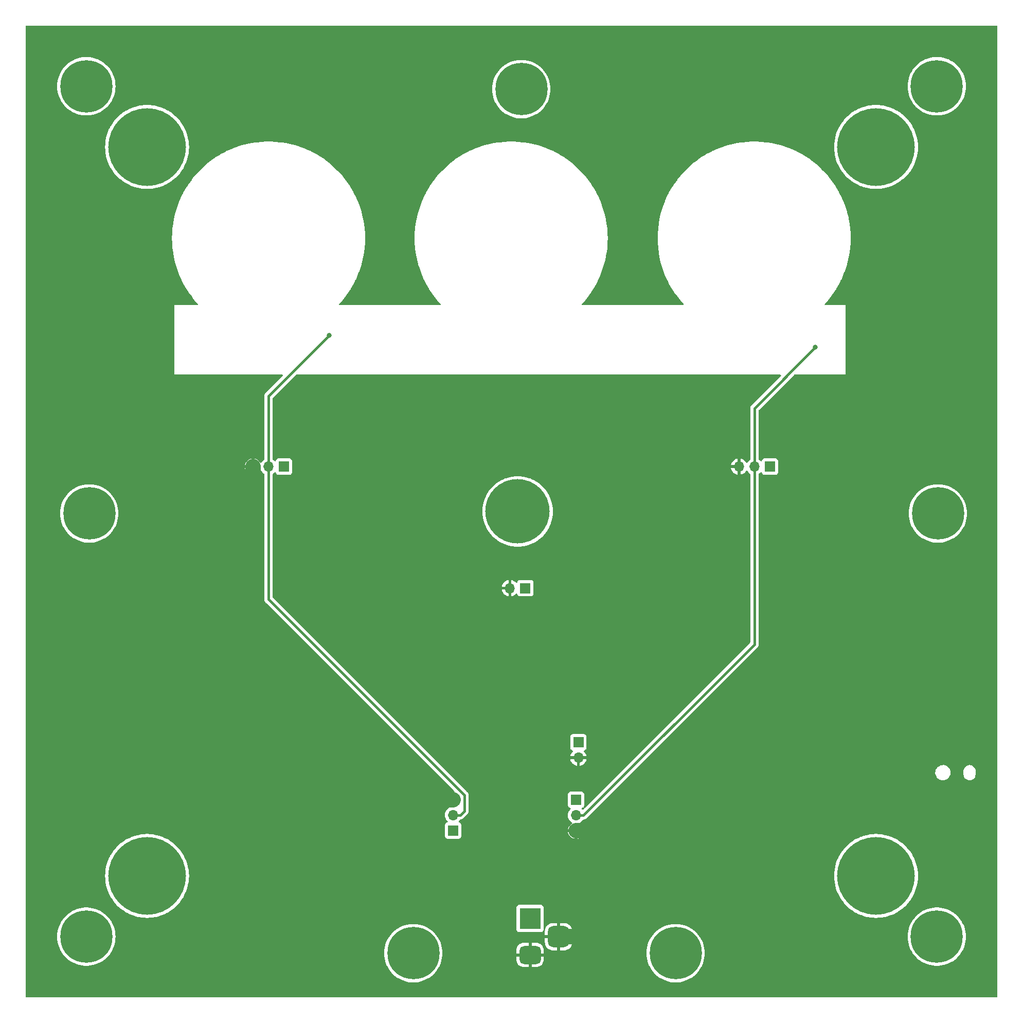
<source format=gbl>
G04 #@! TF.GenerationSoftware,KiCad,Pcbnew,7.0.9-1.fc39*
G04 #@! TF.CreationDate,2023-12-29T09:38:10-05:00*
G04 #@! TF.ProjectId,SYSMATT-WS2812-MATRIX-CARRIER,5359534d-4154-4542-9d57-53323831322d,rev?*
G04 #@! TF.SameCoordinates,Original*
G04 #@! TF.FileFunction,Copper,L2,Bot*
G04 #@! TF.FilePolarity,Positive*
%FSLAX46Y46*%
G04 Gerber Fmt 4.6, Leading zero omitted, Abs format (unit mm)*
G04 Created by KiCad (PCBNEW 7.0.9-1.fc39) date 2023-12-29 09:38:10*
%MOMM*%
%LPD*%
G01*
G04 APERTURE LIST*
G04 Aperture macros list*
%AMRoundRect*
0 Rectangle with rounded corners*
0 $1 Rounding radius*
0 $2 $3 $4 $5 $6 $7 $8 $9 X,Y pos of 4 corners*
0 Add a 4 corners polygon primitive as box body*
4,1,4,$2,$3,$4,$5,$6,$7,$8,$9,$2,$3,0*
0 Add four circle primitives for the rounded corners*
1,1,$1+$1,$2,$3*
1,1,$1+$1,$4,$5*
1,1,$1+$1,$6,$7*
1,1,$1+$1,$8,$9*
0 Add four rect primitives between the rounded corners*
20,1,$1+$1,$2,$3,$4,$5,0*
20,1,$1+$1,$4,$5,$6,$7,0*
20,1,$1+$1,$6,$7,$8,$9,0*
20,1,$1+$1,$8,$9,$2,$3,0*%
G04 Aperture macros list end*
G04 #@! TA.AperFunction,ComponentPad*
%ADD10C,8.600000*%
G04 #@! TD*
G04 #@! TA.AperFunction,ComponentPad*
%ADD11C,12.800000*%
G04 #@! TD*
G04 #@! TA.AperFunction,ComponentPad*
%ADD12R,3.500000X3.500000*%
G04 #@! TD*
G04 #@! TA.AperFunction,ComponentPad*
%ADD13RoundRect,0.750000X1.000000X-0.750000X1.000000X0.750000X-1.000000X0.750000X-1.000000X-0.750000X0*%
G04 #@! TD*
G04 #@! TA.AperFunction,ComponentPad*
%ADD14RoundRect,0.875000X0.875000X-0.875000X0.875000X0.875000X-0.875000X0.875000X-0.875000X-0.875000X0*%
G04 #@! TD*
G04 #@! TA.AperFunction,ComponentPad*
%ADD15R,1.700000X1.700000*%
G04 #@! TD*
G04 #@! TA.AperFunction,ComponentPad*
%ADD16O,1.700000X1.700000*%
G04 #@! TD*
G04 #@! TA.AperFunction,ComponentPad*
%ADD17C,10.600000*%
G04 #@! TD*
G04 #@! TA.AperFunction,ViaPad*
%ADD18C,0.800000*%
G04 #@! TD*
G04 #@! TA.AperFunction,Conductor*
%ADD19C,2.500000*%
G04 #@! TD*
G04 #@! TA.AperFunction,Conductor*
%ADD20C,0.400000*%
G04 #@! TD*
G04 APERTURE END LIST*
D10*
X127000000Y-172720000D03*
X83820000Y-172720000D03*
X101600000Y-30480000D03*
X30480000Y-100330000D03*
X170180000Y-100330000D03*
D11*
X160000000Y-40000000D03*
D12*
X103042500Y-167000000D03*
D13*
X103042500Y-173000000D03*
D14*
X107742500Y-170000000D03*
D15*
X111000000Y-138000000D03*
D16*
X111000000Y-140540000D03*
D15*
X142525000Y-92625000D03*
D16*
X139985000Y-92625000D03*
X137445000Y-92625000D03*
D15*
X90375000Y-152525000D03*
D16*
X90375000Y-149985000D03*
X90375000Y-147445000D03*
D15*
X62525000Y-92625000D03*
D16*
X59985000Y-92625000D03*
X57445000Y-92625000D03*
D11*
X40000000Y-40000000D03*
D10*
X170000000Y-170000000D03*
D15*
X102275000Y-112625000D03*
D16*
X99735000Y-112625000D03*
D10*
X170000000Y-30000000D03*
D17*
X101000000Y-100000000D03*
D11*
X160000000Y-160000000D03*
D10*
X30000000Y-170000000D03*
X30000000Y-30000000D03*
D15*
X110625000Y-147475000D03*
D16*
X110625000Y-150015000D03*
X110625000Y-152555000D03*
D11*
X40000000Y-160000000D03*
D18*
X70000000Y-71000000D03*
X150000000Y-73000000D03*
D19*
X76445000Y-147445000D02*
X90375000Y-147445000D01*
X112555000Y-152555000D02*
X123000000Y-163000000D01*
X123000000Y-163000000D02*
X123000000Y-168000000D01*
X121000000Y-170000000D02*
X107742500Y-170000000D01*
X110625000Y-152555000D02*
X112555000Y-152555000D01*
X57445000Y-92625000D02*
X57445000Y-128445000D01*
X123000000Y-168000000D02*
X121000000Y-170000000D01*
X57445000Y-128445000D02*
X76445000Y-147445000D01*
D20*
X59985000Y-92625000D02*
X59985000Y-114438705D01*
X70000000Y-71000000D02*
X59985000Y-81015000D01*
X92225000Y-149337081D02*
X91577081Y-149985000D01*
X92225000Y-146678705D02*
X92225000Y-149337081D01*
X59985000Y-114438705D02*
X92225000Y-146678705D01*
X59985000Y-81015000D02*
X59985000Y-92625000D01*
X91577081Y-149985000D02*
X90375000Y-149985000D01*
X139985000Y-92625000D02*
X139985000Y-83015000D01*
X139985000Y-121857081D02*
X111827081Y-150015000D01*
X139985000Y-83015000D02*
X150000000Y-73000000D01*
X139985000Y-92625000D02*
X139985000Y-121857081D01*
X111827081Y-150015000D02*
X110625000Y-150015000D01*
G04 #@! TA.AperFunction,Conductor*
G36*
X179943039Y-20019685D02*
G01*
X179988794Y-20072489D01*
X180000000Y-20124000D01*
X180000000Y-179876000D01*
X179980315Y-179943039D01*
X179927511Y-179988794D01*
X179876000Y-180000000D01*
X20124000Y-180000000D01*
X20056961Y-179980315D01*
X20011206Y-179927511D01*
X20000000Y-179876000D01*
X20000000Y-170000003D01*
X25194661Y-170000003D01*
X25214005Y-170430737D01*
X25214006Y-170430746D01*
X25271885Y-170858027D01*
X25367830Y-171278391D01*
X25501073Y-171688472D01*
X25501076Y-171688480D01*
X25670533Y-172084947D01*
X25670537Y-172084955D01*
X25724808Y-172185806D01*
X25874863Y-172464655D01*
X25874867Y-172464661D01*
X25874867Y-172464662D01*
X26112394Y-172824501D01*
X26112404Y-172824514D01*
X26381225Y-173161607D01*
X26381235Y-173161618D01*
X26381236Y-173161619D01*
X26679210Y-173473274D01*
X27003920Y-173756965D01*
X27003930Y-173756972D01*
X27003931Y-173756973D01*
X27336222Y-173998397D01*
X27352753Y-174010407D01*
X27722900Y-174231560D01*
X27722903Y-174231561D01*
X27722904Y-174231562D01*
X27722906Y-174231563D01*
X28111372Y-174418639D01*
X28111386Y-174418645D01*
X28515055Y-174570144D01*
X28515059Y-174570145D01*
X28515069Y-174570149D01*
X28930711Y-174684859D01*
X29354964Y-174761850D01*
X29784409Y-174800500D01*
X29784416Y-174800500D01*
X30215584Y-174800500D01*
X30215591Y-174800500D01*
X30645036Y-174761850D01*
X31069289Y-174684859D01*
X31484931Y-174570149D01*
X31888619Y-174418643D01*
X32277100Y-174231560D01*
X32647247Y-174010407D01*
X32996080Y-173756965D01*
X33320790Y-173473274D01*
X33618764Y-173161619D01*
X33627435Y-173150747D01*
X33887595Y-172824514D01*
X33887601Y-172824507D01*
X33956583Y-172720003D01*
X79014661Y-172720003D01*
X79034005Y-173150737D01*
X79034006Y-173150746D01*
X79091885Y-173578027D01*
X79187830Y-173998391D01*
X79321073Y-174408472D01*
X79321076Y-174408480D01*
X79490533Y-174804947D01*
X79490537Y-174804955D01*
X79510241Y-174841571D01*
X79694863Y-175184655D01*
X79694867Y-175184661D01*
X79694867Y-175184662D01*
X79932394Y-175544501D01*
X79932404Y-175544514D01*
X80201225Y-175881607D01*
X80201235Y-175881618D01*
X80201236Y-175881619D01*
X80499210Y-176193274D01*
X80823920Y-176476965D01*
X81172753Y-176730407D01*
X81542900Y-176951560D01*
X81542903Y-176951561D01*
X81542904Y-176951562D01*
X81542906Y-176951563D01*
X81931372Y-177138639D01*
X81931386Y-177138645D01*
X82335055Y-177290144D01*
X82335059Y-177290145D01*
X82335069Y-177290149D01*
X82750711Y-177404859D01*
X83174964Y-177481850D01*
X83604409Y-177520500D01*
X83604416Y-177520500D01*
X84035584Y-177520500D01*
X84035591Y-177520500D01*
X84465036Y-177481850D01*
X84889289Y-177404859D01*
X85304931Y-177290149D01*
X85708619Y-177138643D01*
X86097100Y-176951560D01*
X86467247Y-176730407D01*
X86816080Y-176476965D01*
X87140790Y-176193274D01*
X87438764Y-175881619D01*
X87707601Y-175544507D01*
X87945137Y-175184655D01*
X88149461Y-174804958D01*
X88151367Y-174800500D01*
X88256582Y-174554335D01*
X88318926Y-174408475D01*
X88452168Y-173998397D01*
X88548115Y-173578026D01*
X88605994Y-173150747D01*
X88623992Y-172750000D01*
X100792500Y-172750000D01*
X101608814Y-172750000D01*
X101583007Y-172790156D01*
X101542500Y-172928111D01*
X101542500Y-173071889D01*
X101583007Y-173209844D01*
X101608814Y-173250000D01*
X100792501Y-173250000D01*
X100792501Y-173814192D01*
X100802900Y-173946332D01*
X100857877Y-174164519D01*
X100950928Y-174369374D01*
X100950931Y-174369380D01*
X101079059Y-174554323D01*
X101079069Y-174554335D01*
X101238164Y-174713430D01*
X101238176Y-174713440D01*
X101423119Y-174841568D01*
X101423125Y-174841571D01*
X101627980Y-174934622D01*
X101846167Y-174989599D01*
X101978307Y-175000000D01*
X102792499Y-174999999D01*
X102792500Y-174999998D01*
X102792500Y-173500000D01*
X103292500Y-173500000D01*
X103292500Y-174999999D01*
X104106692Y-174999999D01*
X104238832Y-174989599D01*
X104457019Y-174934622D01*
X104661874Y-174841571D01*
X104661880Y-174841568D01*
X104846823Y-174713440D01*
X104846835Y-174713430D01*
X105005930Y-174554335D01*
X105005940Y-174554323D01*
X105134068Y-174369380D01*
X105134071Y-174369374D01*
X105227122Y-174164519D01*
X105282099Y-173946332D01*
X105292500Y-173814194D01*
X105292500Y-173250000D01*
X104476186Y-173250000D01*
X104501993Y-173209844D01*
X104542500Y-173071889D01*
X104542500Y-172928111D01*
X104501993Y-172790156D01*
X104476186Y-172750000D01*
X105292499Y-172750000D01*
X105292499Y-172720003D01*
X122194661Y-172720003D01*
X122214005Y-173150737D01*
X122214006Y-173150746D01*
X122271885Y-173578027D01*
X122367830Y-173998391D01*
X122501073Y-174408472D01*
X122501076Y-174408480D01*
X122670533Y-174804947D01*
X122670537Y-174804955D01*
X122690241Y-174841571D01*
X122874863Y-175184655D01*
X122874867Y-175184661D01*
X122874867Y-175184662D01*
X123112394Y-175544501D01*
X123112404Y-175544514D01*
X123381225Y-175881607D01*
X123381235Y-175881618D01*
X123381236Y-175881619D01*
X123679210Y-176193274D01*
X124003920Y-176476965D01*
X124352753Y-176730407D01*
X124722900Y-176951560D01*
X124722903Y-176951561D01*
X124722904Y-176951562D01*
X124722906Y-176951563D01*
X125111372Y-177138639D01*
X125111386Y-177138645D01*
X125515055Y-177290144D01*
X125515059Y-177290145D01*
X125515069Y-177290149D01*
X125930711Y-177404859D01*
X126354964Y-177481850D01*
X126784409Y-177520500D01*
X126784416Y-177520500D01*
X127215584Y-177520500D01*
X127215591Y-177520500D01*
X127645036Y-177481850D01*
X128069289Y-177404859D01*
X128484931Y-177290149D01*
X128888619Y-177138643D01*
X129277100Y-176951560D01*
X129647247Y-176730407D01*
X129996080Y-176476965D01*
X130320790Y-176193274D01*
X130618764Y-175881619D01*
X130887601Y-175544507D01*
X131125137Y-175184655D01*
X131329461Y-174804958D01*
X131331367Y-174800500D01*
X131436582Y-174554335D01*
X131498926Y-174408475D01*
X131632168Y-173998397D01*
X131728115Y-173578026D01*
X131785994Y-173150747D01*
X131805339Y-172720000D01*
X131785994Y-172289253D01*
X131728115Y-171861974D01*
X131632168Y-171441603D01*
X131498926Y-171031525D01*
X131424769Y-170858026D01*
X131329466Y-170635052D01*
X131329462Y-170635044D01*
X131329461Y-170635042D01*
X131125137Y-170255345D01*
X131121609Y-170250000D01*
X130956588Y-170000003D01*
X165194661Y-170000003D01*
X165214005Y-170430737D01*
X165214006Y-170430746D01*
X165271885Y-170858027D01*
X165367830Y-171278391D01*
X165501073Y-171688472D01*
X165501076Y-171688480D01*
X165670533Y-172084947D01*
X165670537Y-172084955D01*
X165724808Y-172185806D01*
X165874863Y-172464655D01*
X165874867Y-172464661D01*
X165874867Y-172464662D01*
X166112394Y-172824501D01*
X166112404Y-172824514D01*
X166381225Y-173161607D01*
X166381235Y-173161618D01*
X166381236Y-173161619D01*
X166679210Y-173473274D01*
X167003920Y-173756965D01*
X167003930Y-173756972D01*
X167003931Y-173756973D01*
X167336222Y-173998397D01*
X167352753Y-174010407D01*
X167722900Y-174231560D01*
X167722903Y-174231561D01*
X167722904Y-174231562D01*
X167722906Y-174231563D01*
X168111372Y-174418639D01*
X168111386Y-174418645D01*
X168515055Y-174570144D01*
X168515059Y-174570145D01*
X168515069Y-174570149D01*
X168930711Y-174684859D01*
X169354964Y-174761850D01*
X169784409Y-174800500D01*
X169784416Y-174800500D01*
X170215584Y-174800500D01*
X170215591Y-174800500D01*
X170645036Y-174761850D01*
X171069289Y-174684859D01*
X171484931Y-174570149D01*
X171888619Y-174418643D01*
X172277100Y-174231560D01*
X172647247Y-174010407D01*
X172996080Y-173756965D01*
X173320790Y-173473274D01*
X173618764Y-173161619D01*
X173627435Y-173150747D01*
X173887595Y-172824514D01*
X173887601Y-172824507D01*
X174125137Y-172464655D01*
X174329461Y-172084958D01*
X174342836Y-172053667D01*
X174424769Y-171861974D01*
X174498926Y-171688475D01*
X174632168Y-171278397D01*
X174728115Y-170858026D01*
X174785994Y-170430747D01*
X174805339Y-170000000D01*
X174785994Y-169569253D01*
X174728115Y-169141974D01*
X174632168Y-168721603D01*
X174498926Y-168311525D01*
X174429823Y-168149851D01*
X174329466Y-167915052D01*
X174329462Y-167915044D01*
X174242151Y-167752794D01*
X174125137Y-167535345D01*
X174125132Y-167535337D01*
X173887605Y-167175498D01*
X173887595Y-167175485D01*
X173618774Y-166838392D01*
X173618762Y-166838379D01*
X173320794Y-166526730D01*
X173320793Y-166526729D01*
X173320790Y-166526726D01*
X172996080Y-166243035D01*
X172996068Y-166243026D01*
X172647256Y-165989599D01*
X172647251Y-165989596D01*
X172647247Y-165989593D01*
X172277100Y-165768440D01*
X172277095Y-165768437D01*
X172277093Y-165768436D01*
X171888627Y-165581360D01*
X171888613Y-165581354D01*
X171484944Y-165429855D01*
X171484919Y-165429847D01*
X171069295Y-165315142D01*
X170645043Y-165238151D01*
X170645040Y-165238150D01*
X170645036Y-165238150D01*
X170215591Y-165199500D01*
X169784409Y-165199500D01*
X169354964Y-165238150D01*
X169354960Y-165238150D01*
X169354956Y-165238151D01*
X168930704Y-165315142D01*
X168515080Y-165429847D01*
X168515055Y-165429855D01*
X168111386Y-165581354D01*
X168111372Y-165581360D01*
X167722906Y-165768436D01*
X167722904Y-165768437D01*
X167352743Y-165989599D01*
X167003931Y-166243026D01*
X167003914Y-166243039D01*
X166679210Y-166526726D01*
X166679205Y-166526730D01*
X166381237Y-166838379D01*
X166381225Y-166838392D01*
X166112404Y-167175485D01*
X166112394Y-167175498D01*
X165874867Y-167535337D01*
X165874867Y-167535338D01*
X165670537Y-167915044D01*
X165670533Y-167915052D01*
X165501076Y-168311519D01*
X165501073Y-168311527D01*
X165367830Y-168721608D01*
X165271885Y-169141972D01*
X165214006Y-169569253D01*
X165214005Y-169569262D01*
X165194661Y-169999996D01*
X165194661Y-170000003D01*
X130956588Y-170000003D01*
X130887605Y-169895498D01*
X130887595Y-169895485D01*
X130618774Y-169558392D01*
X130618762Y-169558379D01*
X130320794Y-169246730D01*
X130320793Y-169246729D01*
X130320790Y-169246726D01*
X130030837Y-168993401D01*
X129996085Y-168963039D01*
X129996068Y-168963026D01*
X129647256Y-168709599D01*
X129647251Y-168709596D01*
X129647247Y-168709593D01*
X129277100Y-168488440D01*
X129277095Y-168488437D01*
X129277093Y-168488436D01*
X128888627Y-168301360D01*
X128888613Y-168301354D01*
X128484944Y-168149855D01*
X128484919Y-168149847D01*
X128069295Y-168035142D01*
X127645043Y-167958151D01*
X127645040Y-167958150D01*
X127645036Y-167958150D01*
X127215591Y-167919500D01*
X126784409Y-167919500D01*
X126354964Y-167958150D01*
X126354960Y-167958150D01*
X126354956Y-167958151D01*
X125930704Y-168035142D01*
X125515080Y-168149847D01*
X125515055Y-168149855D01*
X125111386Y-168301354D01*
X125111372Y-168301360D01*
X124722906Y-168488436D01*
X124722904Y-168488437D01*
X124352743Y-168709599D01*
X124003931Y-168963026D01*
X124003914Y-168963039D01*
X123679210Y-169246726D01*
X123679205Y-169246730D01*
X123381237Y-169558379D01*
X123381225Y-169558392D01*
X123112404Y-169895485D01*
X123112394Y-169895498D01*
X122874867Y-170255337D01*
X122874867Y-170255338D01*
X122670537Y-170635044D01*
X122670533Y-170635052D01*
X122501076Y-171031519D01*
X122501073Y-171031527D01*
X122367830Y-171441608D01*
X122271885Y-171861972D01*
X122214006Y-172289253D01*
X122214005Y-172289262D01*
X122194661Y-172719996D01*
X122194661Y-172720003D01*
X105292499Y-172720003D01*
X105292499Y-172185808D01*
X105282099Y-172053667D01*
X105227122Y-171835480D01*
X105134071Y-171630625D01*
X105134068Y-171630619D01*
X105005940Y-171445676D01*
X105005930Y-171445664D01*
X104846835Y-171286569D01*
X104846823Y-171286559D01*
X104661880Y-171158431D01*
X104661874Y-171158428D01*
X104457019Y-171065377D01*
X104238832Y-171010400D01*
X104106694Y-171000000D01*
X103292500Y-171000000D01*
X103292500Y-172500000D01*
X102792500Y-172500000D01*
X102792500Y-171000000D01*
X102792499Y-171000000D01*
X101978308Y-171000001D01*
X101846167Y-171010400D01*
X101627980Y-171065377D01*
X101423125Y-171158428D01*
X101423119Y-171158431D01*
X101238176Y-171286559D01*
X101238164Y-171286569D01*
X101079069Y-171445664D01*
X101079059Y-171445676D01*
X100950931Y-171630619D01*
X100950928Y-171630625D01*
X100857877Y-171835480D01*
X100802900Y-172053667D01*
X100792500Y-172185806D01*
X100792500Y-172750000D01*
X88623992Y-172750000D01*
X88625339Y-172720000D01*
X88605994Y-172289253D01*
X88548115Y-171861974D01*
X88452168Y-171441603D01*
X88318926Y-171031525D01*
X88244769Y-170858026D01*
X88149466Y-170635052D01*
X88149462Y-170635044D01*
X88149461Y-170635042D01*
X87945137Y-170255345D01*
X87941609Y-170250000D01*
X87707605Y-169895498D01*
X87707595Y-169895485D01*
X87438774Y-169558392D01*
X87438762Y-169558379D01*
X87140794Y-169246730D01*
X87140793Y-169246729D01*
X87140790Y-169246726D01*
X86850837Y-168993401D01*
X86816085Y-168963039D01*
X86816068Y-168963026D01*
X86588750Y-168797870D01*
X100792000Y-168797870D01*
X100792001Y-168797876D01*
X100798408Y-168857483D01*
X100848702Y-168992328D01*
X100848706Y-168992335D01*
X100934952Y-169107544D01*
X100934955Y-169107547D01*
X101050164Y-169193793D01*
X101050171Y-169193797D01*
X101185017Y-169244091D01*
X101185016Y-169244091D01*
X101191944Y-169244835D01*
X101244627Y-169250500D01*
X104840372Y-169250499D01*
X104899983Y-169244091D01*
X105034831Y-169193796D01*
X105150046Y-169107546D01*
X105236296Y-168992331D01*
X105254512Y-168943491D01*
X105296380Y-168887560D01*
X105361844Y-168863141D01*
X105430117Y-168877991D01*
X105479524Y-168927396D01*
X105494518Y-168993401D01*
X105492500Y-169031407D01*
X105492500Y-169750000D01*
X107242500Y-169750000D01*
X107242500Y-170250000D01*
X105492501Y-170250000D01*
X105492501Y-170968591D01*
X105495294Y-171021190D01*
X105539737Y-171250987D01*
X105622379Y-171469975D01*
X105740839Y-171671841D01*
X105740844Y-171671848D01*
X105891711Y-171850786D01*
X105891713Y-171850788D01*
X106070651Y-172001655D01*
X106070658Y-172001660D01*
X106272524Y-172120120D01*
X106491512Y-172202762D01*
X106721308Y-172247205D01*
X106773908Y-172249999D01*
X107492499Y-172249999D01*
X107492500Y-172249998D01*
X107492500Y-171433686D01*
X107532656Y-171459493D01*
X107670611Y-171500000D01*
X107814389Y-171500000D01*
X107952344Y-171459493D01*
X107992500Y-171433686D01*
X107992500Y-172249999D01*
X108711091Y-172249999D01*
X108763690Y-172247205D01*
X108993487Y-172202762D01*
X109212475Y-172120120D01*
X109414341Y-172001660D01*
X109414348Y-172001655D01*
X109593286Y-171850788D01*
X109593288Y-171850786D01*
X109744155Y-171671848D01*
X109744160Y-171671841D01*
X109862620Y-171469975D01*
X109945262Y-171250987D01*
X109989705Y-171021191D01*
X109989705Y-171021190D01*
X109992500Y-170968591D01*
X109992500Y-170250000D01*
X108242500Y-170250000D01*
X108242500Y-169750000D01*
X109992499Y-169750000D01*
X109992499Y-169031409D01*
X109989705Y-168978809D01*
X109945262Y-168749012D01*
X109862620Y-168530024D01*
X109744160Y-168328158D01*
X109744155Y-168328151D01*
X109593288Y-168149213D01*
X109593286Y-168149211D01*
X109414348Y-167998344D01*
X109414341Y-167998339D01*
X109212475Y-167879879D01*
X108993487Y-167797237D01*
X108763691Y-167752794D01*
X108711091Y-167750000D01*
X107992500Y-167750000D01*
X107992500Y-168566313D01*
X107952344Y-168540507D01*
X107814389Y-168500000D01*
X107670611Y-168500000D01*
X107532656Y-168540507D01*
X107492500Y-168566313D01*
X107492500Y-167750000D01*
X107492499Y-167750000D01*
X106773909Y-167750001D01*
X106721309Y-167752794D01*
X106491512Y-167797237D01*
X106272524Y-167879879D01*
X106070658Y-167998339D01*
X106070651Y-167998344D01*
X105891713Y-168149211D01*
X105891711Y-168149213D01*
X105740844Y-168328151D01*
X105740839Y-168328158D01*
X105622379Y-168530024D01*
X105539736Y-168749014D01*
X105538741Y-168754161D01*
X105506679Y-168816240D01*
X105446144Y-168851130D01*
X105376356Y-168847754D01*
X105319472Y-168807184D01*
X105293552Y-168742300D01*
X105292999Y-168730624D01*
X105292999Y-165202128D01*
X105286591Y-165142517D01*
X105256547Y-165061966D01*
X105236297Y-165007671D01*
X105236293Y-165007664D01*
X105150047Y-164892455D01*
X105150044Y-164892452D01*
X105034835Y-164806206D01*
X105034828Y-164806202D01*
X104899982Y-164755908D01*
X104899983Y-164755908D01*
X104840383Y-164749501D01*
X104840381Y-164749500D01*
X104840373Y-164749500D01*
X104840364Y-164749500D01*
X101244629Y-164749500D01*
X101244623Y-164749501D01*
X101185016Y-164755908D01*
X101050171Y-164806202D01*
X101050164Y-164806206D01*
X100934955Y-164892452D01*
X100934952Y-164892455D01*
X100848706Y-165007664D01*
X100848702Y-165007671D01*
X100798408Y-165142517D01*
X100792282Y-165199500D01*
X100792001Y-165202123D01*
X100792000Y-165202135D01*
X100792000Y-168797870D01*
X86588750Y-168797870D01*
X86467256Y-168709599D01*
X86467251Y-168709596D01*
X86467247Y-168709593D01*
X86097100Y-168488440D01*
X86097095Y-168488437D01*
X86097093Y-168488436D01*
X85708627Y-168301360D01*
X85708613Y-168301354D01*
X85304944Y-168149855D01*
X85304919Y-168149847D01*
X84889295Y-168035142D01*
X84465043Y-167958151D01*
X84465040Y-167958150D01*
X84465036Y-167958150D01*
X84035591Y-167919500D01*
X83604409Y-167919500D01*
X83174964Y-167958150D01*
X83174960Y-167958150D01*
X83174956Y-167958151D01*
X82750704Y-168035142D01*
X82335080Y-168149847D01*
X82335055Y-168149855D01*
X81931386Y-168301354D01*
X81931372Y-168301360D01*
X81542906Y-168488436D01*
X81542904Y-168488437D01*
X81172743Y-168709599D01*
X80823931Y-168963026D01*
X80823914Y-168963039D01*
X80499210Y-169246726D01*
X80499205Y-169246730D01*
X80201237Y-169558379D01*
X80201225Y-169558392D01*
X79932404Y-169895485D01*
X79932394Y-169895498D01*
X79694867Y-170255337D01*
X79694867Y-170255338D01*
X79490537Y-170635044D01*
X79490533Y-170635052D01*
X79321076Y-171031519D01*
X79321073Y-171031527D01*
X79187830Y-171441608D01*
X79091885Y-171861972D01*
X79034006Y-172289253D01*
X79034005Y-172289262D01*
X79014661Y-172719996D01*
X79014661Y-172720003D01*
X33956583Y-172720003D01*
X34125137Y-172464655D01*
X34329461Y-172084958D01*
X34342836Y-172053667D01*
X34424769Y-171861974D01*
X34498926Y-171688475D01*
X34632168Y-171278397D01*
X34728115Y-170858026D01*
X34785994Y-170430747D01*
X34805339Y-170000000D01*
X34785994Y-169569253D01*
X34728115Y-169141974D01*
X34632168Y-168721603D01*
X34498926Y-168311525D01*
X34429823Y-168149851D01*
X34329466Y-167915052D01*
X34329462Y-167915044D01*
X34242151Y-167752794D01*
X34125137Y-167535345D01*
X34125132Y-167535337D01*
X33887605Y-167175498D01*
X33887595Y-167175485D01*
X33618774Y-166838392D01*
X33618762Y-166838379D01*
X33320794Y-166526730D01*
X33320793Y-166526729D01*
X33320790Y-166526726D01*
X32996080Y-166243035D01*
X32996068Y-166243026D01*
X32647256Y-165989599D01*
X32647251Y-165989596D01*
X32647247Y-165989593D01*
X32277100Y-165768440D01*
X32277095Y-165768437D01*
X32277093Y-165768436D01*
X31888627Y-165581360D01*
X31888613Y-165581354D01*
X31484944Y-165429855D01*
X31484919Y-165429847D01*
X31069295Y-165315142D01*
X30645043Y-165238151D01*
X30645040Y-165238150D01*
X30645036Y-165238150D01*
X30215591Y-165199500D01*
X29784409Y-165199500D01*
X29354964Y-165238150D01*
X29354960Y-165238150D01*
X29354956Y-165238151D01*
X28930704Y-165315142D01*
X28515080Y-165429847D01*
X28515055Y-165429855D01*
X28111386Y-165581354D01*
X28111372Y-165581360D01*
X27722906Y-165768436D01*
X27722904Y-165768437D01*
X27352743Y-165989599D01*
X27003931Y-166243026D01*
X27003914Y-166243039D01*
X26679210Y-166526726D01*
X26679205Y-166526730D01*
X26381237Y-166838379D01*
X26381225Y-166838392D01*
X26112404Y-167175485D01*
X26112394Y-167175498D01*
X25874867Y-167535337D01*
X25874867Y-167535338D01*
X25670537Y-167915044D01*
X25670533Y-167915052D01*
X25501076Y-168311519D01*
X25501073Y-168311527D01*
X25367830Y-168721608D01*
X25271885Y-169141972D01*
X25214006Y-169569253D01*
X25214005Y-169569262D01*
X25194661Y-169999996D01*
X25194661Y-170000003D01*
X20000000Y-170000003D01*
X20000000Y-160000000D01*
X33094671Y-160000000D01*
X33113979Y-160516031D01*
X33171797Y-161029176D01*
X33171796Y-161029176D01*
X33267802Y-161536579D01*
X33267802Y-161536580D01*
X33401455Y-162035381D01*
X33572011Y-162522800D01*
X33778514Y-162996110D01*
X33778517Y-162996115D01*
X34019807Y-163452660D01*
X34128511Y-163625661D01*
X34294549Y-163889910D01*
X34601196Y-164305402D01*
X34938036Y-164696817D01*
X35303183Y-165061964D01*
X35694598Y-165398804D01*
X36110088Y-165705449D01*
X36110093Y-165705453D01*
X36547339Y-165980193D01*
X36547338Y-165980192D01*
X36792477Y-166109751D01*
X37003890Y-166221486D01*
X37477200Y-166427989D01*
X37477205Y-166427990D01*
X37477208Y-166427992D01*
X37570382Y-166460595D01*
X37964619Y-166598545D01*
X38463420Y-166732198D01*
X38786552Y-166793337D01*
X38970824Y-166828204D01*
X38970824Y-166828203D01*
X39061253Y-166838392D01*
X39483969Y-166886021D01*
X40000000Y-166905329D01*
X40516031Y-166886021D01*
X40938747Y-166838392D01*
X41029176Y-166828203D01*
X41029176Y-166828204D01*
X41213447Y-166793337D01*
X41536580Y-166732198D01*
X42035381Y-166598545D01*
X42429617Y-166460595D01*
X42522792Y-166427992D01*
X42522794Y-166427990D01*
X42522800Y-166427989D01*
X42996110Y-166221486D01*
X43207521Y-166109751D01*
X43452661Y-165980192D01*
X43452660Y-165980193D01*
X43789663Y-165768440D01*
X43889910Y-165705451D01*
X44058056Y-165581354D01*
X44305399Y-165398806D01*
X44305402Y-165398804D01*
X44696817Y-165061964D01*
X45061964Y-164696817D01*
X45398804Y-164305402D01*
X45705451Y-163889910D01*
X45980190Y-163452665D01*
X45980192Y-163452662D01*
X45980193Y-163452661D01*
X46221483Y-162996115D01*
X46221486Y-162996110D01*
X46427989Y-162522800D01*
X46598545Y-162035381D01*
X46732198Y-161536580D01*
X46732198Y-161536579D01*
X46828204Y-161029176D01*
X46828203Y-161029176D01*
X46886021Y-160516031D01*
X46905329Y-160000000D01*
X153094671Y-160000000D01*
X153113979Y-160516031D01*
X153171797Y-161029176D01*
X153171796Y-161029176D01*
X153267802Y-161536579D01*
X153267802Y-161536580D01*
X153401455Y-162035381D01*
X153572011Y-162522800D01*
X153778514Y-162996110D01*
X153778517Y-162996115D01*
X154019807Y-163452660D01*
X154128511Y-163625661D01*
X154294549Y-163889910D01*
X154601196Y-164305402D01*
X154938036Y-164696817D01*
X155303183Y-165061964D01*
X155694598Y-165398804D01*
X156110088Y-165705449D01*
X156110093Y-165705453D01*
X156547339Y-165980193D01*
X156547338Y-165980192D01*
X156792477Y-166109751D01*
X157003890Y-166221486D01*
X157477200Y-166427989D01*
X157477205Y-166427990D01*
X157477208Y-166427992D01*
X157570382Y-166460595D01*
X157964619Y-166598545D01*
X158463420Y-166732198D01*
X158786552Y-166793337D01*
X158970824Y-166828204D01*
X158970824Y-166828203D01*
X159061253Y-166838392D01*
X159483969Y-166886021D01*
X160000000Y-166905329D01*
X160516031Y-166886021D01*
X160938747Y-166838392D01*
X161029176Y-166828203D01*
X161029176Y-166828204D01*
X161213447Y-166793337D01*
X161536580Y-166732198D01*
X162035381Y-166598545D01*
X162429617Y-166460595D01*
X162522792Y-166427992D01*
X162522794Y-166427990D01*
X162522800Y-166427989D01*
X162996110Y-166221486D01*
X163207521Y-166109751D01*
X163452661Y-165980192D01*
X163452660Y-165980193D01*
X163789663Y-165768440D01*
X163889910Y-165705451D01*
X164058056Y-165581354D01*
X164305399Y-165398806D01*
X164305402Y-165398804D01*
X164696817Y-165061964D01*
X165061964Y-164696817D01*
X165398804Y-164305402D01*
X165705451Y-163889910D01*
X165980190Y-163452665D01*
X165980192Y-163452662D01*
X165980193Y-163452661D01*
X166221483Y-162996115D01*
X166221486Y-162996110D01*
X166427989Y-162522800D01*
X166598545Y-162035381D01*
X166732198Y-161536580D01*
X166732198Y-161536579D01*
X166828204Y-161029176D01*
X166828203Y-161029176D01*
X166886021Y-160516031D01*
X166905329Y-160000000D01*
X166886021Y-159483969D01*
X166828203Y-158970824D01*
X166828204Y-158970824D01*
X166732198Y-158463421D01*
X166732198Y-158463420D01*
X166598545Y-157964619D01*
X166427989Y-157477200D01*
X166221486Y-157003890D01*
X166109751Y-156792478D01*
X165980192Y-156547339D01*
X165980193Y-156547340D01*
X165871488Y-156374338D01*
X165705451Y-156110090D01*
X165398804Y-155694598D01*
X165061964Y-155303183D01*
X164696817Y-154938036D01*
X164305402Y-154601196D01*
X163889910Y-154294549D01*
X163889907Y-154294547D01*
X163452661Y-154019807D01*
X163452662Y-154019808D01*
X163072327Y-153818796D01*
X162996110Y-153778514D01*
X162522800Y-153572011D01*
X162522794Y-153572009D01*
X162522792Y-153572008D01*
X162429617Y-153539405D01*
X162035381Y-153401455D01*
X161536580Y-153267802D01*
X161213447Y-153206662D01*
X161029176Y-153171796D01*
X160913745Y-153158791D01*
X160516031Y-153113979D01*
X160000000Y-153094671D01*
X159483969Y-153113979D01*
X159086254Y-153158791D01*
X158970824Y-153171796D01*
X158786552Y-153206662D01*
X158463420Y-153267802D01*
X157964619Y-153401455D01*
X157570382Y-153539405D01*
X157477208Y-153572008D01*
X157477205Y-153572009D01*
X157477200Y-153572011D01*
X157003890Y-153778514D01*
X156927673Y-153818796D01*
X156547338Y-154019808D01*
X156547339Y-154019807D01*
X156110093Y-154294547D01*
X156110090Y-154294549D01*
X155694598Y-154601196D01*
X155303183Y-154938036D01*
X154938036Y-155303183D01*
X154601196Y-155694598D01*
X154294549Y-156110090D01*
X154128511Y-156374338D01*
X154019807Y-156547340D01*
X154019808Y-156547339D01*
X153890248Y-156792478D01*
X153778514Y-157003890D01*
X153572011Y-157477200D01*
X153401455Y-157964619D01*
X153267802Y-158463420D01*
X153267802Y-158463421D01*
X153171796Y-158970824D01*
X153171797Y-158970824D01*
X153113979Y-159483969D01*
X153094671Y-160000000D01*
X46905329Y-160000000D01*
X46886021Y-159483969D01*
X46828203Y-158970824D01*
X46828204Y-158970824D01*
X46732198Y-158463421D01*
X46732198Y-158463420D01*
X46598545Y-157964619D01*
X46427989Y-157477200D01*
X46221486Y-157003890D01*
X46109751Y-156792478D01*
X45980192Y-156547339D01*
X45980193Y-156547340D01*
X45871488Y-156374338D01*
X45705451Y-156110090D01*
X45398804Y-155694598D01*
X45061964Y-155303183D01*
X44696817Y-154938036D01*
X44305402Y-154601196D01*
X43889910Y-154294549D01*
X43889907Y-154294547D01*
X43452661Y-154019807D01*
X43452662Y-154019808D01*
X43072327Y-153818796D01*
X42996110Y-153778514D01*
X42522800Y-153572011D01*
X42522794Y-153572009D01*
X42522792Y-153572008D01*
X42429617Y-153539405D01*
X42035381Y-153401455D01*
X41536580Y-153267802D01*
X41213447Y-153206662D01*
X41029176Y-153171796D01*
X40913745Y-153158791D01*
X40516031Y-153113979D01*
X40000000Y-153094671D01*
X39483969Y-153113979D01*
X39086254Y-153158791D01*
X38970824Y-153171796D01*
X38786552Y-153206662D01*
X38463420Y-153267802D01*
X37964619Y-153401455D01*
X37570382Y-153539405D01*
X37477208Y-153572008D01*
X37477205Y-153572009D01*
X37477200Y-153572011D01*
X37003890Y-153778514D01*
X36927673Y-153818796D01*
X36547338Y-154019808D01*
X36547339Y-154019807D01*
X36110093Y-154294547D01*
X36110090Y-154294549D01*
X35694598Y-154601196D01*
X35303183Y-154938036D01*
X34938036Y-155303183D01*
X34601196Y-155694598D01*
X34294549Y-156110090D01*
X34128511Y-156374338D01*
X34019807Y-156547340D01*
X34019808Y-156547339D01*
X33890248Y-156792478D01*
X33778514Y-157003890D01*
X33572011Y-157477200D01*
X33401455Y-157964619D01*
X33267802Y-158463420D01*
X33267802Y-158463421D01*
X33171796Y-158970824D01*
X33171797Y-158970824D01*
X33113979Y-159483969D01*
X33094671Y-160000000D01*
X20000000Y-160000000D01*
X20000000Y-100330003D01*
X25674661Y-100330003D01*
X25694005Y-100760737D01*
X25694006Y-100760746D01*
X25751885Y-101188027D01*
X25847830Y-101608391D01*
X25981073Y-102018472D01*
X25981076Y-102018480D01*
X26150533Y-102414947D01*
X26150537Y-102414955D01*
X26150539Y-102414958D01*
X26354863Y-102794655D01*
X26354867Y-102794661D01*
X26354867Y-102794662D01*
X26592394Y-103154501D01*
X26592404Y-103154514D01*
X26861225Y-103491607D01*
X26861235Y-103491618D01*
X26861236Y-103491619D01*
X27159210Y-103803274D01*
X27483920Y-104086965D01*
X27483930Y-104086972D01*
X27483931Y-104086973D01*
X27737515Y-104271213D01*
X27832753Y-104340407D01*
X28202900Y-104561560D01*
X28202903Y-104561561D01*
X28202904Y-104561562D01*
X28202906Y-104561563D01*
X28591372Y-104748639D01*
X28591386Y-104748645D01*
X28995055Y-104900144D01*
X28995059Y-104900145D01*
X28995069Y-104900149D01*
X29410711Y-105014859D01*
X29834964Y-105091850D01*
X30264409Y-105130500D01*
X30264416Y-105130500D01*
X30695584Y-105130500D01*
X30695591Y-105130500D01*
X31125036Y-105091850D01*
X31549289Y-105014859D01*
X31964931Y-104900149D01*
X32368619Y-104748643D01*
X32757100Y-104561560D01*
X33127247Y-104340407D01*
X33476080Y-104086965D01*
X33800790Y-103803274D01*
X34098764Y-103491619D01*
X34367601Y-103154507D01*
X34605137Y-102794655D01*
X34809461Y-102414958D01*
X34978926Y-102018475D01*
X35112168Y-101608397D01*
X35208115Y-101188026D01*
X35265994Y-100760747D01*
X35285339Y-100330000D01*
X35265994Y-99899253D01*
X35208115Y-99471974D01*
X35112168Y-99051603D01*
X34978926Y-98641525D01*
X34915376Y-98492843D01*
X34809466Y-98245052D01*
X34809462Y-98245044D01*
X34809461Y-98245042D01*
X34605137Y-97865345D01*
X34474854Y-97667974D01*
X34367605Y-97505498D01*
X34367595Y-97505485D01*
X34098774Y-97168392D01*
X34098762Y-97168379D01*
X33800794Y-96856730D01*
X33800793Y-96856729D01*
X33800790Y-96856726D01*
X33476080Y-96573035D01*
X33285008Y-96434213D01*
X33127256Y-96319599D01*
X33127251Y-96319596D01*
X33127247Y-96319593D01*
X32757100Y-96098440D01*
X32757095Y-96098437D01*
X32757093Y-96098436D01*
X32368627Y-95911360D01*
X32368613Y-95911354D01*
X31964944Y-95759855D01*
X31964919Y-95759847D01*
X31549295Y-95645142D01*
X31125043Y-95568151D01*
X31125040Y-95568150D01*
X31125036Y-95568150D01*
X30695591Y-95529500D01*
X30264409Y-95529500D01*
X29834964Y-95568150D01*
X29834960Y-95568150D01*
X29834956Y-95568151D01*
X29410704Y-95645142D01*
X28995080Y-95759847D01*
X28995055Y-95759855D01*
X28591386Y-95911354D01*
X28591372Y-95911360D01*
X28202906Y-96098436D01*
X28202904Y-96098437D01*
X27832743Y-96319599D01*
X27483931Y-96573026D01*
X27483914Y-96573039D01*
X27159210Y-96856726D01*
X27159205Y-96856730D01*
X26861237Y-97168379D01*
X26861225Y-97168392D01*
X26592404Y-97505485D01*
X26592394Y-97505498D01*
X26354867Y-97865337D01*
X26354867Y-97865338D01*
X26150537Y-98245044D01*
X26150533Y-98245052D01*
X25981076Y-98641519D01*
X25981073Y-98641527D01*
X25847830Y-99051608D01*
X25751885Y-99471972D01*
X25694006Y-99899253D01*
X25694005Y-99899262D01*
X25674661Y-100329996D01*
X25674661Y-100330003D01*
X20000000Y-100330003D01*
X20000000Y-55000000D01*
X44108173Y-55000000D01*
X44127928Y-55792142D01*
X44187143Y-56582315D01*
X44282952Y-57346847D01*
X44285674Y-57368569D01*
X44418085Y-58119512D01*
X44423268Y-58148904D01*
X44591149Y-58884440D01*
X44599591Y-58921424D01*
X44599590Y-58921424D01*
X44800849Y-59636738D01*
X44814202Y-59684198D01*
X45066567Y-60435325D01*
X45179316Y-60722604D01*
X45356061Y-61172945D01*
X45356061Y-61172946D01*
X45650798Y-61826146D01*
X45681959Y-61895205D01*
X45796178Y-62117997D01*
X46043450Y-62600321D01*
X46043455Y-62600329D01*
X46439649Y-63286558D01*
X46439650Y-63286559D01*
X46439649Y-63286559D01*
X46496799Y-63375044D01*
X46869556Y-63952185D01*
X46869561Y-63952193D01*
X46869565Y-63952198D01*
X47332109Y-64595557D01*
X47332110Y-64595557D01*
X47579591Y-64905889D01*
X47826162Y-65215079D01*
X48350470Y-65809192D01*
X48370198Y-65829418D01*
X48402917Y-65891153D01*
X48397065Y-65960777D01*
X48354500Y-66016185D01*
X48288737Y-66039785D01*
X48281432Y-66040000D01*
X44450000Y-66040000D01*
X44450000Y-77470000D01*
X62239981Y-77470000D01*
X62307020Y-77489685D01*
X62352775Y-77542489D01*
X62362719Y-77611647D01*
X62333694Y-77675203D01*
X62327662Y-77681681D01*
X59505966Y-80503375D01*
X59503240Y-80505942D01*
X59456818Y-80547068D01*
X59421586Y-80598109D01*
X59419368Y-80601124D01*
X59381124Y-80649939D01*
X59381119Y-80649948D01*
X59376960Y-80659188D01*
X59365942Y-80678723D01*
X59360187Y-80687061D01*
X59360183Y-80687067D01*
X59360182Y-80687070D01*
X59360180Y-80687074D01*
X59360179Y-80687077D01*
X59338189Y-80745055D01*
X59336757Y-80748513D01*
X59311305Y-80805068D01*
X59309477Y-80815042D01*
X59303453Y-80836653D01*
X59299860Y-80846127D01*
X59299859Y-80846128D01*
X59292384Y-80907685D01*
X59291821Y-80911386D01*
X59280642Y-80972390D01*
X59280642Y-80972395D01*
X59284387Y-81034302D01*
X59284500Y-81038047D01*
X59284500Y-91402288D01*
X59264815Y-91469327D01*
X59231624Y-91503863D01*
X59113594Y-91586508D01*
X58946508Y-91753594D01*
X58816269Y-91939595D01*
X58761692Y-91983219D01*
X58692193Y-91990412D01*
X58629839Y-91958890D01*
X58613119Y-91939594D01*
X58483113Y-91753926D01*
X58483108Y-91753920D01*
X58316082Y-91586894D01*
X58122578Y-91451399D01*
X57908492Y-91351570D01*
X57908486Y-91351567D01*
X57695000Y-91294364D01*
X57695000Y-92189498D01*
X57587315Y-92140320D01*
X57480763Y-92125000D01*
X57409237Y-92125000D01*
X57302685Y-92140320D01*
X57195000Y-92189498D01*
X57195000Y-91294364D01*
X57194999Y-91294364D01*
X56981513Y-91351567D01*
X56981507Y-91351570D01*
X56767422Y-91451399D01*
X56767420Y-91451400D01*
X56573926Y-91586886D01*
X56573920Y-91586891D01*
X56406891Y-91753920D01*
X56406886Y-91753926D01*
X56271400Y-91947420D01*
X56271399Y-91947422D01*
X56171570Y-92161507D01*
X56171567Y-92161513D01*
X56114364Y-92374999D01*
X56114364Y-92375000D01*
X57011314Y-92375000D01*
X56985507Y-92415156D01*
X56945000Y-92553111D01*
X56945000Y-92696889D01*
X56985507Y-92834844D01*
X57011314Y-92875000D01*
X56114364Y-92875000D01*
X56171567Y-93088486D01*
X56171570Y-93088492D01*
X56271399Y-93302578D01*
X56406894Y-93496082D01*
X56573917Y-93663105D01*
X56767421Y-93798600D01*
X56981507Y-93898429D01*
X56981516Y-93898433D01*
X57195000Y-93955634D01*
X57195000Y-93060501D01*
X57302685Y-93109680D01*
X57409237Y-93125000D01*
X57480763Y-93125000D01*
X57587315Y-93109680D01*
X57695000Y-93060501D01*
X57695000Y-93955633D01*
X57908483Y-93898433D01*
X57908492Y-93898429D01*
X58122578Y-93798600D01*
X58316082Y-93663105D01*
X58483105Y-93496082D01*
X58613119Y-93310405D01*
X58667696Y-93266781D01*
X58737195Y-93259588D01*
X58799549Y-93291110D01*
X58816269Y-93310405D01*
X58946505Y-93496401D01*
X58946506Y-93496402D01*
X59113597Y-93663494D01*
X59231623Y-93746136D01*
X59275248Y-93800713D01*
X59284500Y-93847711D01*
X59284500Y-114415656D01*
X59284387Y-114419401D01*
X59280642Y-114481308D01*
X59280642Y-114481310D01*
X59291821Y-114542317D01*
X59292384Y-114546018D01*
X59299859Y-114607575D01*
X59299860Y-114607579D01*
X59303451Y-114617048D01*
X59309474Y-114638651D01*
X59311304Y-114648635D01*
X59336759Y-114705195D01*
X59338189Y-114708646D01*
X59360182Y-114766635D01*
X59360183Y-114766636D01*
X59365936Y-114774971D01*
X59376961Y-114794518D01*
X59381120Y-114803760D01*
X59381124Y-114803765D01*
X59419371Y-114852583D01*
X59421591Y-114855601D01*
X59456812Y-114906629D01*
X59456816Y-114906633D01*
X59456817Y-114906634D01*
X59503250Y-114947769D01*
X59505941Y-114950303D01*
X81205138Y-136649500D01*
X90588681Y-146033043D01*
X90622166Y-146094366D01*
X90625000Y-146120724D01*
X90625000Y-147009498D01*
X90517315Y-146960320D01*
X90410763Y-146945000D01*
X90339237Y-146945000D01*
X90232685Y-146960320D01*
X90125000Y-147009498D01*
X90125000Y-146114364D01*
X90124999Y-146114364D01*
X89911513Y-146171567D01*
X89911507Y-146171570D01*
X89697422Y-146271399D01*
X89697420Y-146271400D01*
X89503926Y-146406886D01*
X89503920Y-146406891D01*
X89336891Y-146573920D01*
X89336886Y-146573926D01*
X89201400Y-146767420D01*
X89201399Y-146767422D01*
X89101570Y-146981507D01*
X89101567Y-146981513D01*
X89044364Y-147194999D01*
X89044364Y-147195000D01*
X89941314Y-147195000D01*
X89915507Y-147235156D01*
X89875000Y-147373111D01*
X89875000Y-147516889D01*
X89915507Y-147654844D01*
X89941314Y-147695000D01*
X89044364Y-147695000D01*
X89101567Y-147908486D01*
X89101570Y-147908492D01*
X89201399Y-148122578D01*
X89336894Y-148316082D01*
X89503917Y-148483105D01*
X89689595Y-148613119D01*
X89733219Y-148667696D01*
X89740412Y-148737195D01*
X89708890Y-148799549D01*
X89689595Y-148816269D01*
X89503594Y-148946508D01*
X89336505Y-149113597D01*
X89200965Y-149307169D01*
X89200964Y-149307171D01*
X89138699Y-149440700D01*
X89103859Y-149515415D01*
X89101098Y-149521335D01*
X89101094Y-149521344D01*
X89039938Y-149749586D01*
X89039936Y-149749596D01*
X89019341Y-149984999D01*
X89019341Y-149985000D01*
X89039936Y-150220403D01*
X89039938Y-150220413D01*
X89101094Y-150448655D01*
X89101096Y-150448659D01*
X89101097Y-150448663D01*
X89190234Y-150639818D01*
X89200965Y-150662830D01*
X89200967Y-150662834D01*
X89336501Y-150856395D01*
X89336506Y-150856402D01*
X89458430Y-150978326D01*
X89491915Y-151039649D01*
X89486931Y-151109341D01*
X89445059Y-151165274D01*
X89414083Y-151182189D01*
X89282669Y-151231203D01*
X89282664Y-151231206D01*
X89167455Y-151317452D01*
X89167452Y-151317455D01*
X89081206Y-151432664D01*
X89081202Y-151432671D01*
X89030908Y-151567517D01*
X89024501Y-151627116D01*
X89024501Y-151627123D01*
X89024500Y-151627135D01*
X89024500Y-153422870D01*
X89024501Y-153422876D01*
X89030908Y-153482483D01*
X89081202Y-153617328D01*
X89081206Y-153617335D01*
X89167452Y-153732544D01*
X89167455Y-153732547D01*
X89282664Y-153818793D01*
X89282671Y-153818797D01*
X89417517Y-153869091D01*
X89417516Y-153869091D01*
X89424444Y-153869835D01*
X89477127Y-153875500D01*
X91272872Y-153875499D01*
X91332483Y-153869091D01*
X91467331Y-153818796D01*
X91582546Y-153732546D01*
X91668796Y-153617331D01*
X91719091Y-153482483D01*
X91725500Y-153422873D01*
X91725499Y-151627128D01*
X91719091Y-151567517D01*
X91700208Y-151516890D01*
X91668797Y-151432671D01*
X91668793Y-151432664D01*
X91582547Y-151317455D01*
X91582544Y-151317452D01*
X91467335Y-151231206D01*
X91467328Y-151231202D01*
X91335917Y-151182189D01*
X91279983Y-151140318D01*
X91255566Y-151074853D01*
X91270418Y-151006580D01*
X91291563Y-150978332D01*
X91413495Y-150856401D01*
X91494286Y-150741019D01*
X91548861Y-150697395D01*
X91603347Y-150688369D01*
X91619687Y-150689358D01*
X91654419Y-150682992D01*
X91680702Y-150678177D01*
X91684406Y-150677613D01*
X91702251Y-150675446D01*
X91745953Y-150670140D01*
X91755416Y-150666550D01*
X91777042Y-150660522D01*
X91777974Y-150660351D01*
X91787013Y-150658695D01*
X91843593Y-150633229D01*
X91847023Y-150631809D01*
X91905011Y-150609818D01*
X91913347Y-150604062D01*
X91932902Y-150593034D01*
X91942138Y-150588878D01*
X91990977Y-150550613D01*
X91993957Y-150548421D01*
X92045010Y-150513183D01*
X92086146Y-150466748D01*
X92088680Y-150464056D01*
X92704056Y-149848680D01*
X92706748Y-149846146D01*
X92753183Y-149805010D01*
X92788417Y-149753964D01*
X92790620Y-149750968D01*
X92828878Y-149702137D01*
X92833037Y-149692894D01*
X92844061Y-149673349D01*
X92849818Y-149665011D01*
X92871810Y-149607020D01*
X92873232Y-149603584D01*
X92898695Y-149547012D01*
X92900522Y-149537040D01*
X92906546Y-149515428D01*
X92910140Y-149505953D01*
X92917613Y-149444405D01*
X92918177Y-149440700D01*
X92921535Y-149422370D01*
X92929358Y-149379687D01*
X92925613Y-149317777D01*
X92925500Y-149314032D01*
X92925500Y-146701740D01*
X92925613Y-146697995D01*
X92929357Y-146636099D01*
X92918177Y-146575091D01*
X92917615Y-146571394D01*
X92910140Y-146509834D01*
X92910139Y-146509830D01*
X92906546Y-146500356D01*
X92900519Y-146478734D01*
X92898694Y-146468775D01*
X92898694Y-146468773D01*
X92873239Y-146412217D01*
X92871809Y-146408762D01*
X92861914Y-146382671D01*
X92849818Y-146350775D01*
X92844059Y-146342432D01*
X92833030Y-146322877D01*
X92828877Y-146313648D01*
X92828874Y-146313643D01*
X92790633Y-146264832D01*
X92788413Y-146261815D01*
X92774829Y-146242136D01*
X92753183Y-146210776D01*
X92706750Y-146169640D01*
X92704056Y-146167104D01*
X85434822Y-138897870D01*
X109649500Y-138897870D01*
X109649501Y-138897876D01*
X109655908Y-138957483D01*
X109706202Y-139092328D01*
X109706206Y-139092335D01*
X109792452Y-139207544D01*
X109792455Y-139207547D01*
X109907664Y-139293793D01*
X109907671Y-139293797D01*
X109907674Y-139293798D01*
X110039598Y-139343002D01*
X110095531Y-139384873D01*
X110119949Y-139450337D01*
X110105098Y-139518610D01*
X110083947Y-139546865D01*
X109961886Y-139668926D01*
X109826400Y-139862420D01*
X109826399Y-139862422D01*
X109726570Y-140076507D01*
X109726567Y-140076513D01*
X109669364Y-140289999D01*
X109669364Y-140290000D01*
X110566314Y-140290000D01*
X110540507Y-140330156D01*
X110500000Y-140468111D01*
X110500000Y-140611889D01*
X110540507Y-140749844D01*
X110566314Y-140790000D01*
X109669364Y-140790000D01*
X109726567Y-141003486D01*
X109726570Y-141003492D01*
X109826399Y-141217578D01*
X109961894Y-141411082D01*
X110128917Y-141578105D01*
X110322421Y-141713600D01*
X110536507Y-141813429D01*
X110536516Y-141813433D01*
X110750000Y-141870634D01*
X110750000Y-140975501D01*
X110857685Y-141024680D01*
X110964237Y-141040000D01*
X111035763Y-141040000D01*
X111142315Y-141024680D01*
X111250000Y-140975501D01*
X111250000Y-141870633D01*
X111463483Y-141813433D01*
X111463492Y-141813429D01*
X111677578Y-141713600D01*
X111871082Y-141578105D01*
X112038105Y-141411082D01*
X112173600Y-141217578D01*
X112273429Y-141003492D01*
X112273432Y-141003486D01*
X112330636Y-140790000D01*
X111433686Y-140790000D01*
X111459493Y-140749844D01*
X111500000Y-140611889D01*
X111500000Y-140468111D01*
X111459493Y-140330156D01*
X111433686Y-140290000D01*
X112330636Y-140290000D01*
X112330635Y-140289999D01*
X112273432Y-140076513D01*
X112273429Y-140076507D01*
X112173600Y-139862422D01*
X112173599Y-139862420D01*
X112038113Y-139668926D01*
X112038108Y-139668920D01*
X111916053Y-139546865D01*
X111882568Y-139485542D01*
X111887552Y-139415850D01*
X111929424Y-139359917D01*
X111960400Y-139343002D01*
X112092331Y-139293796D01*
X112207546Y-139207546D01*
X112293796Y-139092331D01*
X112344091Y-138957483D01*
X112350500Y-138897873D01*
X112350499Y-137102128D01*
X112344091Y-137042517D01*
X112293796Y-136907669D01*
X112293795Y-136907668D01*
X112293793Y-136907664D01*
X112207547Y-136792455D01*
X112207544Y-136792452D01*
X112092335Y-136706206D01*
X112092328Y-136706202D01*
X111957482Y-136655908D01*
X111957483Y-136655908D01*
X111897883Y-136649501D01*
X111897881Y-136649500D01*
X111897873Y-136649500D01*
X111897864Y-136649500D01*
X110102129Y-136649500D01*
X110102123Y-136649501D01*
X110042516Y-136655908D01*
X109907671Y-136706202D01*
X109907664Y-136706206D01*
X109792455Y-136792452D01*
X109792452Y-136792455D01*
X109706206Y-136907664D01*
X109706202Y-136907671D01*
X109655908Y-137042517D01*
X109649501Y-137102116D01*
X109649501Y-137102123D01*
X109649500Y-137102135D01*
X109649500Y-138897870D01*
X85434822Y-138897870D01*
X60721819Y-114184867D01*
X60688334Y-114123544D01*
X60685500Y-114097186D01*
X60685500Y-112875000D01*
X98404364Y-112875000D01*
X98461567Y-113088486D01*
X98461570Y-113088492D01*
X98561399Y-113302578D01*
X98696894Y-113496082D01*
X98863917Y-113663105D01*
X99057421Y-113798600D01*
X99271507Y-113898429D01*
X99271516Y-113898433D01*
X99485000Y-113955634D01*
X99485000Y-113060501D01*
X99592685Y-113109680D01*
X99699237Y-113125000D01*
X99770763Y-113125000D01*
X99877315Y-113109680D01*
X99985000Y-113060501D01*
X99985000Y-113955633D01*
X100198483Y-113898433D01*
X100198492Y-113898429D01*
X100412578Y-113798600D01*
X100606078Y-113663108D01*
X100728133Y-113541053D01*
X100789456Y-113507568D01*
X100859148Y-113512552D01*
X100915082Y-113554423D01*
X100931997Y-113585401D01*
X100981202Y-113717328D01*
X100981206Y-113717335D01*
X101067452Y-113832544D01*
X101067455Y-113832547D01*
X101182664Y-113918793D01*
X101182671Y-113918797D01*
X101317517Y-113969091D01*
X101317516Y-113969091D01*
X101324444Y-113969835D01*
X101377127Y-113975500D01*
X103172872Y-113975499D01*
X103232483Y-113969091D01*
X103367331Y-113918796D01*
X103482546Y-113832546D01*
X103568796Y-113717331D01*
X103619091Y-113582483D01*
X103625500Y-113522873D01*
X103625499Y-111727128D01*
X103619091Y-111667517D01*
X103618002Y-111664598D01*
X103568797Y-111532671D01*
X103568793Y-111532664D01*
X103482547Y-111417455D01*
X103482544Y-111417452D01*
X103367335Y-111331206D01*
X103367328Y-111331202D01*
X103232482Y-111280908D01*
X103232483Y-111280908D01*
X103172883Y-111274501D01*
X103172881Y-111274500D01*
X103172873Y-111274500D01*
X103172864Y-111274500D01*
X101377129Y-111274500D01*
X101377123Y-111274501D01*
X101317516Y-111280908D01*
X101182671Y-111331202D01*
X101182664Y-111331206D01*
X101067455Y-111417452D01*
X101067452Y-111417455D01*
X100981206Y-111532664D01*
X100981202Y-111532671D01*
X100931997Y-111664598D01*
X100890126Y-111720532D01*
X100824661Y-111744949D01*
X100756388Y-111730097D01*
X100728134Y-111708946D01*
X100606082Y-111586894D01*
X100412578Y-111451399D01*
X100198492Y-111351570D01*
X100198486Y-111351567D01*
X99985000Y-111294364D01*
X99985000Y-112189498D01*
X99877315Y-112140320D01*
X99770763Y-112125000D01*
X99699237Y-112125000D01*
X99592685Y-112140320D01*
X99485000Y-112189498D01*
X99485000Y-111294364D01*
X99484999Y-111294364D01*
X99271513Y-111351567D01*
X99271507Y-111351570D01*
X99057422Y-111451399D01*
X99057420Y-111451400D01*
X98863926Y-111586886D01*
X98863920Y-111586891D01*
X98696891Y-111753920D01*
X98696886Y-111753926D01*
X98561400Y-111947420D01*
X98561399Y-111947422D01*
X98461570Y-112161507D01*
X98461567Y-112161513D01*
X98404364Y-112374999D01*
X98404364Y-112375000D01*
X99301314Y-112375000D01*
X99275507Y-112415156D01*
X99235000Y-112553111D01*
X99235000Y-112696889D01*
X99275507Y-112834844D01*
X99301314Y-112875000D01*
X98404364Y-112875000D01*
X60685500Y-112875000D01*
X60685500Y-100000000D01*
X95194541Y-100000000D01*
X95214370Y-100479411D01*
X95273720Y-100955547D01*
X95372187Y-101425156D01*
X95509097Y-101885029D01*
X95561168Y-102018475D01*
X95683512Y-102332020D01*
X95683512Y-102332021D01*
X95894251Y-102763094D01*
X95894252Y-102763095D01*
X96139861Y-103175281D01*
X96139860Y-103175280D01*
X96365723Y-103491620D01*
X96418677Y-103565787D01*
X96619814Y-103803269D01*
X96728787Y-103931932D01*
X96728787Y-103931933D01*
X97068067Y-104271213D01*
X97068068Y-104271213D01*
X97068070Y-104271215D01*
X97434213Y-104581323D01*
X97434218Y-104581327D01*
X97824720Y-104860140D01*
X97824719Y-104860139D01*
X98236905Y-105105748D01*
X98236906Y-105105749D01*
X98667979Y-105316488D01*
X98667980Y-105316488D01*
X98909437Y-105410703D01*
X99114971Y-105490903D01*
X99574844Y-105627813D01*
X100044453Y-105726280D01*
X100203165Y-105746063D01*
X100520585Y-105785630D01*
X101000000Y-105805459D01*
X101479415Y-105785630D01*
X101796835Y-105746063D01*
X101955547Y-105726280D01*
X102425156Y-105627813D01*
X102885029Y-105490903D01*
X103090562Y-105410703D01*
X103332020Y-105316488D01*
X103332021Y-105316488D01*
X103763094Y-105105749D01*
X103763095Y-105105748D01*
X104175281Y-104860139D01*
X104175280Y-104860140D01*
X104565782Y-104581327D01*
X104565787Y-104581323D01*
X104931930Y-104271215D01*
X104931932Y-104271213D01*
X104931933Y-104271213D01*
X105271213Y-103931933D01*
X105271213Y-103931932D01*
X105380186Y-103803269D01*
X105581323Y-103565787D01*
X105634278Y-103491620D01*
X105860140Y-103175280D01*
X105860139Y-103175281D01*
X106105748Y-102763095D01*
X106105749Y-102763094D01*
X106316488Y-102332021D01*
X106316488Y-102332020D01*
X106438832Y-102018475D01*
X106490903Y-101885029D01*
X106627813Y-101425156D01*
X106726280Y-100955547D01*
X106785630Y-100479411D01*
X106805459Y-100000000D01*
X106785630Y-99520589D01*
X106779570Y-99471974D01*
X106726280Y-99044455D01*
X106641794Y-98641525D01*
X106627813Y-98574844D01*
X106490903Y-98114971D01*
X106393496Y-97865337D01*
X106316488Y-97667980D01*
X106316488Y-97667979D01*
X106105749Y-97236906D01*
X106105748Y-97236905D01*
X105860139Y-96824719D01*
X105860140Y-96824720D01*
X105581327Y-96434218D01*
X105581323Y-96434213D01*
X105271215Y-96068070D01*
X105271213Y-96068068D01*
X105271213Y-96068067D01*
X104931933Y-95728787D01*
X104931932Y-95728787D01*
X104931930Y-95728785D01*
X104565787Y-95418677D01*
X104565785Y-95418675D01*
X104565782Y-95418673D01*
X104175280Y-95139860D01*
X104175281Y-95139861D01*
X103763095Y-94894252D01*
X103763094Y-94894251D01*
X103332021Y-94683512D01*
X103332020Y-94683512D01*
X103090562Y-94589296D01*
X102885029Y-94509097D01*
X102425156Y-94372187D01*
X101955547Y-94273720D01*
X101796835Y-94253936D01*
X101479415Y-94214370D01*
X101000000Y-94194541D01*
X100520585Y-94214370D01*
X100203165Y-94253936D01*
X100044453Y-94273720D01*
X99574844Y-94372187D01*
X99114971Y-94509097D01*
X98909437Y-94589296D01*
X98667980Y-94683512D01*
X98667979Y-94683512D01*
X98236906Y-94894251D01*
X98236905Y-94894252D01*
X97824719Y-95139861D01*
X97824720Y-95139860D01*
X97434218Y-95418673D01*
X97434214Y-95418675D01*
X97434213Y-95418677D01*
X97068070Y-95728785D01*
X97068068Y-95728787D01*
X97068067Y-95728787D01*
X96728787Y-96068067D01*
X96728787Y-96068068D01*
X96728785Y-96068070D01*
X96418677Y-96434213D01*
X96418673Y-96434218D01*
X96139860Y-96824720D01*
X96139861Y-96824719D01*
X95894252Y-97236905D01*
X95894251Y-97236906D01*
X95683512Y-97667979D01*
X95683512Y-97667980D01*
X95606504Y-97865337D01*
X95509097Y-98114971D01*
X95372187Y-98574844D01*
X95358206Y-98641525D01*
X95273720Y-99044455D01*
X95220430Y-99471974D01*
X95214370Y-99520589D01*
X95194541Y-100000000D01*
X60685500Y-100000000D01*
X60685500Y-93847711D01*
X60705185Y-93780672D01*
X60738377Y-93746136D01*
X60779519Y-93717328D01*
X60856401Y-93663495D01*
X60978329Y-93541566D01*
X61039648Y-93508084D01*
X61109340Y-93513068D01*
X61165274Y-93554939D01*
X61182189Y-93585917D01*
X61231202Y-93717328D01*
X61231206Y-93717335D01*
X61317452Y-93832544D01*
X61317455Y-93832547D01*
X61432664Y-93918793D01*
X61432671Y-93918797D01*
X61567517Y-93969091D01*
X61567516Y-93969091D01*
X61574444Y-93969835D01*
X61627127Y-93975500D01*
X63422872Y-93975499D01*
X63482483Y-93969091D01*
X63617331Y-93918796D01*
X63732546Y-93832546D01*
X63818796Y-93717331D01*
X63869091Y-93582483D01*
X63875500Y-93522873D01*
X63875499Y-91727128D01*
X63869091Y-91667517D01*
X63867810Y-91664083D01*
X63818797Y-91532671D01*
X63818793Y-91532664D01*
X63732547Y-91417455D01*
X63732544Y-91417452D01*
X63617335Y-91331206D01*
X63617328Y-91331202D01*
X63482482Y-91280908D01*
X63482483Y-91280908D01*
X63422883Y-91274501D01*
X63422881Y-91274500D01*
X63422873Y-91274500D01*
X63422864Y-91274500D01*
X61627129Y-91274500D01*
X61627123Y-91274501D01*
X61567516Y-91280908D01*
X61432671Y-91331202D01*
X61432664Y-91331206D01*
X61317455Y-91417452D01*
X61317452Y-91417455D01*
X61231206Y-91532664D01*
X61231203Y-91532669D01*
X61182189Y-91664083D01*
X61140317Y-91720016D01*
X61074853Y-91744433D01*
X61006580Y-91729581D01*
X60978326Y-91708430D01*
X60856404Y-91586508D01*
X60856401Y-91586505D01*
X60856396Y-91586501D01*
X60856393Y-91586499D01*
X60738376Y-91503861D01*
X60694751Y-91449284D01*
X60685500Y-91402287D01*
X60685500Y-81356519D01*
X60705185Y-81289480D01*
X60721819Y-81268838D01*
X64484338Y-77506319D01*
X64545661Y-77472834D01*
X64572019Y-77470000D01*
X144239981Y-77470000D01*
X144307020Y-77489685D01*
X144352775Y-77542489D01*
X144362719Y-77611647D01*
X144333694Y-77675203D01*
X144327662Y-77681681D01*
X139505966Y-82503375D01*
X139503240Y-82505942D01*
X139456818Y-82547068D01*
X139421586Y-82598109D01*
X139419368Y-82601124D01*
X139381124Y-82649939D01*
X139381119Y-82649948D01*
X139376960Y-82659188D01*
X139365942Y-82678723D01*
X139360187Y-82687061D01*
X139360183Y-82687067D01*
X139360182Y-82687070D01*
X139360180Y-82687074D01*
X139360179Y-82687077D01*
X139338189Y-82745055D01*
X139336757Y-82748513D01*
X139311305Y-82805068D01*
X139309477Y-82815042D01*
X139303453Y-82836653D01*
X139299860Y-82846127D01*
X139299859Y-82846128D01*
X139292384Y-82907685D01*
X139291821Y-82911386D01*
X139280642Y-82972390D01*
X139280642Y-82972395D01*
X139284387Y-83034302D01*
X139284500Y-83038047D01*
X139284500Y-91402288D01*
X139264815Y-91469327D01*
X139231624Y-91503863D01*
X139113594Y-91586508D01*
X138946508Y-91753594D01*
X138816269Y-91939595D01*
X138761692Y-91983219D01*
X138692193Y-91990412D01*
X138629839Y-91958890D01*
X138613119Y-91939594D01*
X138483113Y-91753926D01*
X138483108Y-91753920D01*
X138316082Y-91586894D01*
X138122578Y-91451399D01*
X137908492Y-91351570D01*
X137908486Y-91351567D01*
X137695000Y-91294364D01*
X137695000Y-92189498D01*
X137587315Y-92140320D01*
X137480763Y-92125000D01*
X137409237Y-92125000D01*
X137302685Y-92140320D01*
X137195000Y-92189498D01*
X137195000Y-91294364D01*
X137194999Y-91294364D01*
X136981513Y-91351567D01*
X136981507Y-91351570D01*
X136767422Y-91451399D01*
X136767420Y-91451400D01*
X136573926Y-91586886D01*
X136573920Y-91586891D01*
X136406891Y-91753920D01*
X136406886Y-91753926D01*
X136271400Y-91947420D01*
X136271399Y-91947422D01*
X136171570Y-92161507D01*
X136171567Y-92161513D01*
X136114364Y-92374999D01*
X136114364Y-92375000D01*
X137011314Y-92375000D01*
X136985507Y-92415156D01*
X136945000Y-92553111D01*
X136945000Y-92696889D01*
X136985507Y-92834844D01*
X137011314Y-92875000D01*
X136114364Y-92875000D01*
X136171567Y-93088486D01*
X136171570Y-93088492D01*
X136271399Y-93302578D01*
X136406894Y-93496082D01*
X136573917Y-93663105D01*
X136767421Y-93798600D01*
X136981507Y-93898429D01*
X136981516Y-93898433D01*
X137195000Y-93955634D01*
X137195000Y-93060501D01*
X137302685Y-93109680D01*
X137409237Y-93125000D01*
X137480763Y-93125000D01*
X137587315Y-93109680D01*
X137695000Y-93060501D01*
X137695000Y-93955633D01*
X137908483Y-93898433D01*
X137908492Y-93898429D01*
X138122578Y-93798600D01*
X138316082Y-93663105D01*
X138483105Y-93496082D01*
X138613119Y-93310405D01*
X138667696Y-93266781D01*
X138737195Y-93259588D01*
X138799549Y-93291110D01*
X138816269Y-93310405D01*
X138946505Y-93496401D01*
X138946506Y-93496402D01*
X139113597Y-93663494D01*
X139231623Y-93746136D01*
X139275248Y-93800713D01*
X139284500Y-93847711D01*
X139284500Y-121515561D01*
X139264815Y-121582600D01*
X139248181Y-121603242D01*
X112057038Y-148794384D01*
X111995715Y-148827869D01*
X111980071Y-148826750D01*
X111980387Y-148828201D01*
X111955971Y-148893666D01*
X111944384Y-148907038D01*
X111773340Y-149078082D01*
X111712017Y-149111567D01*
X111642325Y-149106583D01*
X111597978Y-149078082D01*
X111541569Y-149021673D01*
X111508084Y-148960350D01*
X111513068Y-148890658D01*
X111554940Y-148834725D01*
X111585915Y-148817810D01*
X111717331Y-148768796D01*
X111782393Y-148720089D01*
X111847855Y-148695673D01*
X111849900Y-148696117D01*
X111860525Y-148647276D01*
X111870084Y-148632400D01*
X111918796Y-148567331D01*
X111969091Y-148432483D01*
X111975500Y-148372873D01*
X111975499Y-146577128D01*
X111969091Y-146517517D01*
X111966225Y-146509834D01*
X111918797Y-146382671D01*
X111918793Y-146382664D01*
X111832547Y-146267455D01*
X111832544Y-146267452D01*
X111717335Y-146181206D01*
X111717328Y-146181202D01*
X111582482Y-146130908D01*
X111582483Y-146130908D01*
X111522883Y-146124501D01*
X111522881Y-146124500D01*
X111522873Y-146124500D01*
X111522864Y-146124500D01*
X109727129Y-146124500D01*
X109727123Y-146124501D01*
X109667516Y-146130908D01*
X109532671Y-146181202D01*
X109532664Y-146181206D01*
X109417455Y-146267452D01*
X109417452Y-146267455D01*
X109331206Y-146382664D01*
X109331202Y-146382671D01*
X109280908Y-146517517D01*
X109275116Y-146571394D01*
X109274501Y-146577123D01*
X109274500Y-146577135D01*
X109274500Y-148372870D01*
X109274501Y-148372876D01*
X109280908Y-148432483D01*
X109331202Y-148567328D01*
X109331206Y-148567335D01*
X109417452Y-148682544D01*
X109417455Y-148682547D01*
X109532664Y-148768793D01*
X109532671Y-148768797D01*
X109664081Y-148817810D01*
X109720015Y-148859681D01*
X109744432Y-148925145D01*
X109729580Y-148993418D01*
X109708430Y-149021673D01*
X109586503Y-149143600D01*
X109450965Y-149337169D01*
X109450964Y-149337171D01*
X109351098Y-149551335D01*
X109351094Y-149551344D01*
X109289938Y-149779586D01*
X109289936Y-149779596D01*
X109269341Y-150014999D01*
X109269341Y-150015000D01*
X109289936Y-150250403D01*
X109289938Y-150250413D01*
X109351094Y-150478655D01*
X109351096Y-150478659D01*
X109351097Y-150478663D01*
X109443869Y-150677613D01*
X109450965Y-150692830D01*
X109450967Y-150692834D01*
X109505714Y-150771020D01*
X109586505Y-150886401D01*
X109753599Y-151053495D01*
X109926413Y-151174501D01*
X109939594Y-151183730D01*
X109983219Y-151238307D01*
X109990413Y-151307805D01*
X109958890Y-151370160D01*
X109939595Y-151386880D01*
X109753922Y-151516890D01*
X109753920Y-151516891D01*
X109586891Y-151683920D01*
X109586886Y-151683926D01*
X109451400Y-151877420D01*
X109451399Y-151877422D01*
X109351570Y-152091507D01*
X109351567Y-152091513D01*
X109294364Y-152304999D01*
X109294364Y-152305000D01*
X110191314Y-152305000D01*
X110165507Y-152345156D01*
X110125000Y-152483111D01*
X110125000Y-152626889D01*
X110165507Y-152764844D01*
X110191314Y-152805000D01*
X109294364Y-152805000D01*
X109351567Y-153018486D01*
X109351570Y-153018492D01*
X109451399Y-153232578D01*
X109586894Y-153426082D01*
X109753917Y-153593105D01*
X109947421Y-153728600D01*
X110161507Y-153828429D01*
X110161516Y-153828433D01*
X110375000Y-153885634D01*
X110375000Y-152990501D01*
X110482685Y-153039680D01*
X110589237Y-153055000D01*
X110660763Y-153055000D01*
X110767315Y-153039680D01*
X110875000Y-152990501D01*
X110875000Y-153885633D01*
X111088483Y-153828433D01*
X111088492Y-153828429D01*
X111302578Y-153728600D01*
X111496082Y-153593105D01*
X111663105Y-153426082D01*
X111798600Y-153232578D01*
X111898429Y-153018492D01*
X111898432Y-153018486D01*
X111955636Y-152805000D01*
X111058686Y-152805000D01*
X111084493Y-152764844D01*
X111125000Y-152626889D01*
X111125000Y-152483111D01*
X111084493Y-152345156D01*
X111058686Y-152305000D01*
X111955636Y-152305000D01*
X111955635Y-152304999D01*
X111898432Y-152091513D01*
X111898429Y-152091507D01*
X111798600Y-151877422D01*
X111798599Y-151877420D01*
X111663113Y-151683926D01*
X111663108Y-151683920D01*
X111496078Y-151516890D01*
X111310405Y-151386879D01*
X111266780Y-151332302D01*
X111259588Y-151262804D01*
X111291110Y-151200449D01*
X111310406Y-151183730D01*
X111314435Y-151180909D01*
X111496401Y-151053495D01*
X111663495Y-150886401D01*
X111744286Y-150771019D01*
X111798861Y-150727395D01*
X111853347Y-150718369D01*
X111869687Y-150719358D01*
X111904419Y-150712992D01*
X111930702Y-150708177D01*
X111934406Y-150707613D01*
X111952251Y-150705446D01*
X111995953Y-150700140D01*
X112005416Y-150696550D01*
X112027042Y-150690522D01*
X112027974Y-150690351D01*
X112037013Y-150688695D01*
X112093593Y-150663229D01*
X112097023Y-150661809D01*
X112155011Y-150639818D01*
X112163347Y-150634062D01*
X112182902Y-150623034D01*
X112192138Y-150618878D01*
X112240977Y-150580613D01*
X112243957Y-150578421D01*
X112295010Y-150543183D01*
X112336146Y-150496748D01*
X112338680Y-150494056D01*
X119776406Y-143056330D01*
X169745710Y-143056330D01*
X169775925Y-143279387D01*
X169775926Y-143279390D01*
X169845483Y-143493465D01*
X169952146Y-143691678D01*
X169952148Y-143691681D01*
X170092489Y-143867663D01*
X170092491Y-143867664D01*
X170092492Y-143867666D01*
X170262004Y-144015765D01*
X170455236Y-144131215D01*
X170620022Y-144193060D01*
X170665976Y-144210307D01*
X170887450Y-144250500D01*
X170887453Y-144250500D01*
X171056148Y-144250500D01*
X171056155Y-144250500D01*
X171224188Y-144235377D01*
X171224192Y-144235376D01*
X171441160Y-144175496D01*
X171441162Y-144175495D01*
X171441170Y-144175493D01*
X171643973Y-144077829D01*
X171826078Y-143945522D01*
X171981632Y-143782825D01*
X172105635Y-143594968D01*
X172194103Y-143387988D01*
X172214016Y-143300743D01*
X174399500Y-143300743D01*
X174414925Y-143452439D01*
X174475837Y-143646579D01*
X174475844Y-143646594D01*
X174574589Y-143824499D01*
X174574592Y-143824504D01*
X174707132Y-143978893D01*
X174707134Y-143978895D01*
X174868037Y-144103445D01*
X174868038Y-144103445D01*
X174868042Y-144103448D01*
X175050729Y-144193060D01*
X175247715Y-144244063D01*
X175450936Y-144254369D01*
X175652071Y-144223556D01*
X175842887Y-144152886D01*
X176015571Y-144045252D01*
X176163053Y-143905059D01*
X176279295Y-143738049D01*
X176359540Y-143551058D01*
X176400500Y-143351741D01*
X176400500Y-142699258D01*
X176391629Y-142612017D01*
X176385074Y-142547560D01*
X176324162Y-142353420D01*
X176324160Y-142353416D01*
X176324159Y-142353412D01*
X176225409Y-142175498D01*
X176225408Y-142175497D01*
X176225407Y-142175495D01*
X176092867Y-142021106D01*
X176092865Y-142021104D01*
X175931962Y-141896554D01*
X175931959Y-141896553D01*
X175931958Y-141896552D01*
X175749271Y-141806940D01*
X175552285Y-141755937D01*
X175552287Y-141755937D01*
X175416804Y-141749066D01*
X175349064Y-141745631D01*
X175349063Y-141745631D01*
X175349061Y-141745631D01*
X175147936Y-141776442D01*
X175147924Y-141776445D01*
X174957118Y-141847111D01*
X174957111Y-141847115D01*
X174784432Y-141954745D01*
X174784427Y-141954749D01*
X174636949Y-142094938D01*
X174636948Y-142094940D01*
X174520705Y-142261949D01*
X174440459Y-142448943D01*
X174399500Y-142648258D01*
X174399500Y-143300743D01*
X172214016Y-143300743D01*
X172244191Y-143168537D01*
X172254290Y-142943670D01*
X172224075Y-142720613D01*
X172154517Y-142506536D01*
X172047852Y-142308319D01*
X171941932Y-142175500D01*
X171907510Y-142132336D01*
X171907508Y-142132334D01*
X171737996Y-141984235D01*
X171544764Y-141868785D01*
X171426775Y-141824503D01*
X171334023Y-141789692D01*
X171112550Y-141749500D01*
X171112547Y-141749500D01*
X170943845Y-141749500D01*
X170905399Y-141752960D01*
X170775813Y-141764622D01*
X170775807Y-141764623D01*
X170558839Y-141824503D01*
X170558826Y-141824508D01*
X170356033Y-141922167D01*
X170356025Y-141922171D01*
X170173927Y-142054473D01*
X170173925Y-142054474D01*
X170018366Y-142217176D01*
X169894363Y-142405033D01*
X169805899Y-142612004D01*
X169805895Y-142612017D01*
X169755810Y-142831457D01*
X169755808Y-142831468D01*
X169750769Y-142943674D01*
X169745710Y-143056330D01*
X119776406Y-143056330D01*
X140464056Y-122368680D01*
X140466748Y-122366146D01*
X140513183Y-122325010D01*
X140548421Y-122273957D01*
X140550613Y-122270977D01*
X140588878Y-122222138D01*
X140593034Y-122212902D01*
X140604062Y-122193347D01*
X140609818Y-122185011D01*
X140631812Y-122127012D01*
X140633227Y-122123596D01*
X140658695Y-122067012D01*
X140660522Y-122057040D01*
X140666546Y-122035428D01*
X140670140Y-122025953D01*
X140677613Y-121964405D01*
X140678177Y-121960700D01*
X140681535Y-121942370D01*
X140689358Y-121899687D01*
X140685613Y-121837777D01*
X140685500Y-121834032D01*
X140685500Y-100330003D01*
X165374661Y-100330003D01*
X165394005Y-100760737D01*
X165394006Y-100760746D01*
X165451885Y-101188027D01*
X165547830Y-101608391D01*
X165681073Y-102018472D01*
X165681076Y-102018480D01*
X165850533Y-102414947D01*
X165850537Y-102414955D01*
X165850539Y-102414958D01*
X166054863Y-102794655D01*
X166054867Y-102794661D01*
X166054867Y-102794662D01*
X166292394Y-103154501D01*
X166292404Y-103154514D01*
X166561225Y-103491607D01*
X166561235Y-103491618D01*
X166561236Y-103491619D01*
X166859210Y-103803274D01*
X167183920Y-104086965D01*
X167183930Y-104086972D01*
X167183931Y-104086973D01*
X167437515Y-104271213D01*
X167532753Y-104340407D01*
X167902900Y-104561560D01*
X167902903Y-104561561D01*
X167902904Y-104561562D01*
X167902906Y-104561563D01*
X168291372Y-104748639D01*
X168291386Y-104748645D01*
X168695055Y-104900144D01*
X168695059Y-104900145D01*
X168695069Y-104900149D01*
X169110711Y-105014859D01*
X169534964Y-105091850D01*
X169964409Y-105130500D01*
X169964416Y-105130500D01*
X170395584Y-105130500D01*
X170395591Y-105130500D01*
X170825036Y-105091850D01*
X171249289Y-105014859D01*
X171664931Y-104900149D01*
X172068619Y-104748643D01*
X172457100Y-104561560D01*
X172827247Y-104340407D01*
X173176080Y-104086965D01*
X173500790Y-103803274D01*
X173798764Y-103491619D01*
X174067601Y-103154507D01*
X174305137Y-102794655D01*
X174509461Y-102414958D01*
X174678926Y-102018475D01*
X174812168Y-101608397D01*
X174908115Y-101188026D01*
X174965994Y-100760747D01*
X174985339Y-100330000D01*
X174965994Y-99899253D01*
X174908115Y-99471974D01*
X174812168Y-99051603D01*
X174678926Y-98641525D01*
X174615376Y-98492843D01*
X174509466Y-98245052D01*
X174509462Y-98245044D01*
X174509461Y-98245042D01*
X174305137Y-97865345D01*
X174174854Y-97667974D01*
X174067605Y-97505498D01*
X174067595Y-97505485D01*
X173798774Y-97168392D01*
X173798762Y-97168379D01*
X173500794Y-96856730D01*
X173500793Y-96856729D01*
X173500790Y-96856726D01*
X173176080Y-96573035D01*
X172985008Y-96434213D01*
X172827256Y-96319599D01*
X172827251Y-96319596D01*
X172827247Y-96319593D01*
X172457100Y-96098440D01*
X172457095Y-96098437D01*
X172457093Y-96098436D01*
X172068627Y-95911360D01*
X172068613Y-95911354D01*
X171664944Y-95759855D01*
X171664919Y-95759847D01*
X171249295Y-95645142D01*
X170825043Y-95568151D01*
X170825040Y-95568150D01*
X170825036Y-95568150D01*
X170395591Y-95529500D01*
X169964409Y-95529500D01*
X169534964Y-95568150D01*
X169534960Y-95568150D01*
X169534956Y-95568151D01*
X169110704Y-95645142D01*
X168695080Y-95759847D01*
X168695055Y-95759855D01*
X168291386Y-95911354D01*
X168291372Y-95911360D01*
X167902906Y-96098436D01*
X167902904Y-96098437D01*
X167532743Y-96319599D01*
X167183931Y-96573026D01*
X167183914Y-96573039D01*
X166859210Y-96856726D01*
X166859205Y-96856730D01*
X166561237Y-97168379D01*
X166561225Y-97168392D01*
X166292404Y-97505485D01*
X166292394Y-97505498D01*
X166054867Y-97865337D01*
X166054867Y-97865338D01*
X165850537Y-98245044D01*
X165850533Y-98245052D01*
X165681076Y-98641519D01*
X165681073Y-98641527D01*
X165547830Y-99051608D01*
X165451885Y-99471972D01*
X165394006Y-99899253D01*
X165394005Y-99899262D01*
X165374661Y-100329996D01*
X165374661Y-100330003D01*
X140685500Y-100330003D01*
X140685500Y-93847711D01*
X140705185Y-93780672D01*
X140738377Y-93746136D01*
X140779519Y-93717328D01*
X140856401Y-93663495D01*
X140978329Y-93541566D01*
X141039648Y-93508084D01*
X141109340Y-93513068D01*
X141165274Y-93554939D01*
X141182189Y-93585917D01*
X141231202Y-93717328D01*
X141231206Y-93717335D01*
X141317452Y-93832544D01*
X141317455Y-93832547D01*
X141432664Y-93918793D01*
X141432671Y-93918797D01*
X141567517Y-93969091D01*
X141567516Y-93969091D01*
X141574444Y-93969835D01*
X141627127Y-93975500D01*
X143422872Y-93975499D01*
X143482483Y-93969091D01*
X143617331Y-93918796D01*
X143732546Y-93832546D01*
X143818796Y-93717331D01*
X143869091Y-93582483D01*
X143875500Y-93522873D01*
X143875499Y-91727128D01*
X143869091Y-91667517D01*
X143867810Y-91664083D01*
X143818797Y-91532671D01*
X143818793Y-91532664D01*
X143732547Y-91417455D01*
X143732544Y-91417452D01*
X143617335Y-91331206D01*
X143617328Y-91331202D01*
X143482482Y-91280908D01*
X143482483Y-91280908D01*
X143422883Y-91274501D01*
X143422881Y-91274500D01*
X143422873Y-91274500D01*
X143422864Y-91274500D01*
X141627129Y-91274500D01*
X141627123Y-91274501D01*
X141567516Y-91280908D01*
X141432671Y-91331202D01*
X141432664Y-91331206D01*
X141317455Y-91417452D01*
X141317452Y-91417455D01*
X141231206Y-91532664D01*
X141231203Y-91532669D01*
X141182189Y-91664083D01*
X141140317Y-91720016D01*
X141074853Y-91744433D01*
X141006580Y-91729581D01*
X140978326Y-91708430D01*
X140856404Y-91586508D01*
X140856401Y-91586505D01*
X140856396Y-91586501D01*
X140856393Y-91586499D01*
X140738376Y-91503861D01*
X140694751Y-91449284D01*
X140685500Y-91402287D01*
X140685500Y-83356519D01*
X140705185Y-83289480D01*
X140721819Y-83268838D01*
X146484338Y-77506319D01*
X146545661Y-77472834D01*
X146572019Y-77470000D01*
X154940000Y-77470000D01*
X154940000Y-66040000D01*
X151657180Y-66040000D01*
X151590141Y-66020315D01*
X151544386Y-65967511D01*
X151534442Y-65898353D01*
X151563467Y-65834797D01*
X151568414Y-65829418D01*
X151588142Y-65809192D01*
X152112450Y-65215079D01*
X152359021Y-64905889D01*
X152606502Y-64595557D01*
X152606503Y-64595557D01*
X153069047Y-63952198D01*
X153069050Y-63952193D01*
X153069056Y-63952185D01*
X153441813Y-63375044D01*
X153498963Y-63286559D01*
X153498962Y-63286559D01*
X153498963Y-63286558D01*
X153895157Y-62600329D01*
X153895162Y-62600321D01*
X154142434Y-62117997D01*
X154256653Y-61895205D01*
X154287814Y-61826146D01*
X154582551Y-61172946D01*
X154582551Y-61172945D01*
X154759296Y-60722604D01*
X154872045Y-60435325D01*
X155124410Y-59684198D01*
X155137763Y-59636738D01*
X155339022Y-58921424D01*
X155339021Y-58921424D01*
X155347463Y-58884440D01*
X155515344Y-58148904D01*
X155520527Y-58119512D01*
X155652938Y-57368569D01*
X155655660Y-57346847D01*
X155751469Y-56582315D01*
X155810684Y-55792142D01*
X155830439Y-55000000D01*
X155810878Y-54215631D01*
X155810684Y-54207856D01*
X155752749Y-53434766D01*
X155751469Y-53417685D01*
X155652940Y-52631446D01*
X155652939Y-52631443D01*
X155652938Y-52631431D01*
X155515346Y-51851105D01*
X155447561Y-51554118D01*
X155339021Y-51078576D01*
X155339022Y-51078576D01*
X155124413Y-50315812D01*
X155124413Y-50315811D01*
X154872049Y-49564687D01*
X154872045Y-49564675D01*
X154646896Y-48991004D01*
X154582551Y-48827055D01*
X154582551Y-48827054D01*
X154256659Y-48104808D01*
X154256657Y-48104805D01*
X154256653Y-48104795D01*
X154002513Y-47609076D01*
X153895161Y-47399678D01*
X153895161Y-47399679D01*
X153895157Y-47399671D01*
X153498963Y-46713442D01*
X153498962Y-46713441D01*
X153498963Y-46713441D01*
X153276754Y-46369395D01*
X153069056Y-46047815D01*
X153031297Y-45995295D01*
X152606503Y-45404443D01*
X152606502Y-45404443D01*
X152548350Y-45331523D01*
X152112458Y-44784931D01*
X152112457Y-44784930D01*
X152112450Y-44784921D01*
X151588142Y-44190808D01*
X151588141Y-44190808D01*
X151294657Y-43889913D01*
X151034871Y-43623568D01*
X150877547Y-43477593D01*
X150454005Y-43084603D01*
X149846998Y-42575264D01*
X149485632Y-42301541D01*
X149215365Y-42096822D01*
X148560663Y-41650453D01*
X148106830Y-41373121D01*
X147884528Y-41237275D01*
X147188647Y-40858318D01*
X147188637Y-40858313D01*
X147188633Y-40858311D01*
X146771262Y-40657316D01*
X146474708Y-40514503D01*
X145744557Y-40206718D01*
X145744557Y-40206719D01*
X145744548Y-40206715D01*
X145176602Y-40000000D01*
X153094671Y-40000000D01*
X153113979Y-40516031D01*
X153171797Y-41029176D01*
X153171796Y-41029176D01*
X153171798Y-41029186D01*
X153236581Y-41371575D01*
X153267802Y-41536579D01*
X153267802Y-41536580D01*
X153401455Y-42035381D01*
X153572011Y-42522800D01*
X153778514Y-42996110D01*
X153779533Y-42998038D01*
X154019807Y-43452660D01*
X154038354Y-43482177D01*
X154294549Y-43889910D01*
X154601196Y-44305402D01*
X154938036Y-44696817D01*
X155303183Y-45061964D01*
X155694598Y-45398804D01*
X156110088Y-45705449D01*
X156110093Y-45705453D01*
X156547339Y-45980193D01*
X156547338Y-45980192D01*
X156675263Y-46047802D01*
X157003890Y-46221486D01*
X157477200Y-46427989D01*
X157477205Y-46427990D01*
X157477208Y-46427992D01*
X157570382Y-46460595D01*
X157964619Y-46598545D01*
X158463420Y-46732198D01*
X158786552Y-46793337D01*
X158970824Y-46828204D01*
X158970824Y-46828203D01*
X159086254Y-46841209D01*
X159483969Y-46886021D01*
X160000000Y-46905329D01*
X160516031Y-46886021D01*
X160913745Y-46841209D01*
X161029176Y-46828203D01*
X161029176Y-46828204D01*
X161213447Y-46793337D01*
X161536580Y-46732198D01*
X162035381Y-46598545D01*
X162429617Y-46460595D01*
X162522792Y-46427992D01*
X162522794Y-46427990D01*
X162522800Y-46427989D01*
X162996110Y-46221486D01*
X163207521Y-46109751D01*
X163452661Y-45980192D01*
X163452660Y-45980193D01*
X163625661Y-45871488D01*
X163889910Y-45705451D01*
X164305402Y-45398804D01*
X164696817Y-45061964D01*
X165061964Y-44696817D01*
X165398804Y-44305402D01*
X165705451Y-43889910D01*
X165801974Y-43736295D01*
X165980193Y-43452661D01*
X166220467Y-42998038D01*
X166221486Y-42996110D01*
X166427989Y-42522800D01*
X166598545Y-42035381D01*
X166732198Y-41536580D01*
X166732198Y-41536579D01*
X166763419Y-41371575D01*
X166828202Y-41029186D01*
X166828204Y-41029176D01*
X166828203Y-41029176D01*
X166886021Y-40516031D01*
X166905329Y-40000000D01*
X166886021Y-39483969D01*
X166828203Y-38970824D01*
X166828204Y-38970824D01*
X166732198Y-38463421D01*
X166732198Y-38463420D01*
X166598545Y-37964619D01*
X166427989Y-37477200D01*
X166221486Y-37003890D01*
X166109751Y-36792478D01*
X165980192Y-36547339D01*
X165980193Y-36547340D01*
X165871488Y-36374338D01*
X165705451Y-36110090D01*
X165398804Y-35694598D01*
X165061964Y-35303183D01*
X164696817Y-34938036D01*
X164305402Y-34601196D01*
X163889910Y-34294549D01*
X163889907Y-34294547D01*
X163452661Y-34019807D01*
X163452662Y-34019808D01*
X163207522Y-33890248D01*
X162996110Y-33778514D01*
X162522800Y-33572011D01*
X162522794Y-33572009D01*
X162522792Y-33572008D01*
X162429617Y-33539405D01*
X162035381Y-33401455D01*
X161536580Y-33267802D01*
X161213447Y-33206662D01*
X161029176Y-33171796D01*
X160913745Y-33158791D01*
X160516031Y-33113979D01*
X160000000Y-33094671D01*
X159483969Y-33113979D01*
X159086254Y-33158791D01*
X158970824Y-33171796D01*
X158786552Y-33206662D01*
X158463420Y-33267802D01*
X157964619Y-33401455D01*
X157570382Y-33539405D01*
X157477208Y-33572008D01*
X157477205Y-33572009D01*
X157477200Y-33572011D01*
X157003890Y-33778514D01*
X156792477Y-33890248D01*
X156547338Y-34019808D01*
X156547339Y-34019807D01*
X156110093Y-34294547D01*
X156110090Y-34294549D01*
X155694598Y-34601196D01*
X155303183Y-34938036D01*
X154938036Y-35303183D01*
X154601196Y-35694598D01*
X154294549Y-36110090D01*
X154128511Y-36374338D01*
X154019807Y-36547340D01*
X154019808Y-36547339D01*
X153890248Y-36792478D01*
X153778514Y-37003890D01*
X153572011Y-37477200D01*
X153401455Y-37964619D01*
X153267802Y-38463420D01*
X153267802Y-38463421D01*
X153171796Y-38970824D01*
X153171797Y-38970824D01*
X153113979Y-39483969D01*
X153094671Y-40000000D01*
X145176602Y-40000000D01*
X144999947Y-39935703D01*
X144578282Y-39805636D01*
X144242767Y-39702143D01*
X144242768Y-39702144D01*
X144242762Y-39702142D01*
X143474876Y-39506614D01*
X143218325Y-39454751D01*
X142698198Y-39349605D01*
X142698197Y-39349605D01*
X142244276Y-39281187D01*
X141914661Y-39231506D01*
X141909596Y-39230999D01*
X141126211Y-39152610D01*
X140334808Y-39113112D01*
X140334806Y-39113112D01*
X139542418Y-39113112D01*
X139542416Y-39113112D01*
X138751013Y-39152610D01*
X137967627Y-39230999D01*
X137962563Y-39231506D01*
X137632947Y-39281187D01*
X137179027Y-39349605D01*
X137179026Y-39349605D01*
X136658898Y-39454751D01*
X136402348Y-39506614D01*
X135634462Y-39702142D01*
X135634456Y-39702144D01*
X135634457Y-39702143D01*
X135298941Y-39805636D01*
X134877277Y-39935703D01*
X134132676Y-40206715D01*
X134132667Y-40206719D01*
X134132667Y-40206718D01*
X133402516Y-40514503D01*
X133105962Y-40657316D01*
X132688591Y-40858311D01*
X132688586Y-40858313D01*
X132688577Y-40858318D01*
X131992696Y-41237275D01*
X131770394Y-41373121D01*
X131316561Y-41650453D01*
X130661859Y-42096822D01*
X130391592Y-42301541D01*
X130030226Y-42575264D01*
X129423219Y-43084603D01*
X128999677Y-43477593D01*
X128842353Y-43623568D01*
X128582568Y-43889913D01*
X128289083Y-44190808D01*
X128289082Y-44190808D01*
X127764774Y-44784921D01*
X127764766Y-44784930D01*
X127764766Y-44784931D01*
X127328874Y-45331523D01*
X127270722Y-45404443D01*
X127270721Y-45404443D01*
X126845927Y-45995295D01*
X126808168Y-46047815D01*
X126600469Y-46369395D01*
X126378261Y-46713441D01*
X126378262Y-46713441D01*
X126378261Y-46713442D01*
X125982067Y-47399671D01*
X125982063Y-47399679D01*
X125982063Y-47399678D01*
X125874711Y-47609076D01*
X125620571Y-48104795D01*
X125620566Y-48104805D01*
X125620565Y-48104808D01*
X125294673Y-48827054D01*
X125294673Y-48827055D01*
X125230328Y-48991004D01*
X125005179Y-49564675D01*
X125005175Y-49564687D01*
X124752811Y-50315811D01*
X124752811Y-50315812D01*
X124538202Y-51078576D01*
X124538203Y-51078576D01*
X124429663Y-51554118D01*
X124361878Y-51851105D01*
X124224286Y-52631431D01*
X124224284Y-52631443D01*
X124224284Y-52631446D01*
X124125755Y-53417685D01*
X124124475Y-53434766D01*
X124066540Y-54207856D01*
X124066346Y-54215631D01*
X124046785Y-55000000D01*
X124066540Y-55792142D01*
X124125755Y-56582315D01*
X124221564Y-57346847D01*
X124224286Y-57368569D01*
X124356697Y-58119512D01*
X124361880Y-58148904D01*
X124529761Y-58884440D01*
X124538203Y-58921424D01*
X124538202Y-58921424D01*
X124739461Y-59636738D01*
X124752814Y-59684198D01*
X125005179Y-60435325D01*
X125117928Y-60722604D01*
X125294673Y-61172945D01*
X125294673Y-61172946D01*
X125589410Y-61826146D01*
X125620571Y-61895205D01*
X125734790Y-62117997D01*
X125982062Y-62600321D01*
X125982067Y-62600329D01*
X126378261Y-63286558D01*
X126378262Y-63286559D01*
X126378261Y-63286559D01*
X126435411Y-63375044D01*
X126808168Y-63952185D01*
X126808173Y-63952193D01*
X126808177Y-63952198D01*
X127270721Y-64595557D01*
X127270722Y-64595557D01*
X127518203Y-64905889D01*
X127764774Y-65215079D01*
X128289082Y-65809192D01*
X128308810Y-65829418D01*
X128341529Y-65891153D01*
X128335677Y-65960777D01*
X128293112Y-66016185D01*
X128227349Y-66039785D01*
X128220044Y-66040000D01*
X111657180Y-66040000D01*
X111590141Y-66020315D01*
X111544386Y-65967511D01*
X111534442Y-65898353D01*
X111563467Y-65834797D01*
X111568414Y-65829418D01*
X111588142Y-65809192D01*
X112112450Y-65215079D01*
X112359021Y-64905889D01*
X112606502Y-64595557D01*
X112606503Y-64595557D01*
X113069047Y-63952198D01*
X113069050Y-63952193D01*
X113069056Y-63952185D01*
X113441813Y-63375044D01*
X113498963Y-63286559D01*
X113498962Y-63286559D01*
X113498963Y-63286558D01*
X113895157Y-62600329D01*
X113895162Y-62600321D01*
X114142434Y-62117997D01*
X114256653Y-61895205D01*
X114287814Y-61826146D01*
X114582551Y-61172946D01*
X114582551Y-61172945D01*
X114759296Y-60722604D01*
X114872045Y-60435325D01*
X115124410Y-59684198D01*
X115137763Y-59636738D01*
X115339022Y-58921424D01*
X115339021Y-58921424D01*
X115347463Y-58884440D01*
X115515344Y-58148904D01*
X115520527Y-58119512D01*
X115652938Y-57368569D01*
X115655660Y-57346847D01*
X115751469Y-56582315D01*
X115810684Y-55792142D01*
X115830439Y-55000000D01*
X115810878Y-54215631D01*
X115810684Y-54207856D01*
X115752749Y-53434766D01*
X115751469Y-53417685D01*
X115652940Y-52631446D01*
X115652939Y-52631443D01*
X115652938Y-52631431D01*
X115515346Y-51851105D01*
X115447561Y-51554118D01*
X115339021Y-51078576D01*
X115339022Y-51078576D01*
X115124413Y-50315812D01*
X115124413Y-50315811D01*
X114872049Y-49564687D01*
X114872045Y-49564675D01*
X114646896Y-48991004D01*
X114582551Y-48827055D01*
X114582551Y-48827054D01*
X114256659Y-48104808D01*
X114256657Y-48104805D01*
X114256653Y-48104795D01*
X114002513Y-47609076D01*
X113895161Y-47399678D01*
X113895161Y-47399679D01*
X113895157Y-47399671D01*
X113498963Y-46713442D01*
X113498962Y-46713441D01*
X113498963Y-46713441D01*
X113276754Y-46369395D01*
X113069056Y-46047815D01*
X113031297Y-45995295D01*
X112606503Y-45404443D01*
X112606502Y-45404443D01*
X112548350Y-45331523D01*
X112112458Y-44784931D01*
X112112457Y-44784930D01*
X112112450Y-44784921D01*
X111588142Y-44190808D01*
X111588141Y-44190808D01*
X111294657Y-43889913D01*
X111034871Y-43623568D01*
X110877547Y-43477593D01*
X110454005Y-43084603D01*
X109846998Y-42575264D01*
X109485632Y-42301541D01*
X109215365Y-42096822D01*
X108560663Y-41650453D01*
X108106830Y-41373121D01*
X107884528Y-41237275D01*
X107188647Y-40858318D01*
X107188637Y-40858313D01*
X107188633Y-40858311D01*
X106771262Y-40657316D01*
X106474708Y-40514503D01*
X105744557Y-40206718D01*
X105744557Y-40206719D01*
X105744548Y-40206715D01*
X104999947Y-39935703D01*
X104578282Y-39805636D01*
X104242767Y-39702143D01*
X104242768Y-39702144D01*
X104242762Y-39702142D01*
X103474876Y-39506614D01*
X103218325Y-39454751D01*
X102698198Y-39349605D01*
X102698197Y-39349605D01*
X102244276Y-39281187D01*
X101914661Y-39231506D01*
X101909596Y-39230999D01*
X101126211Y-39152610D01*
X100334808Y-39113112D01*
X100334806Y-39113112D01*
X99542418Y-39113112D01*
X99542416Y-39113112D01*
X98751013Y-39152610D01*
X97967627Y-39230999D01*
X97962563Y-39231506D01*
X97632947Y-39281187D01*
X97179027Y-39349605D01*
X97179026Y-39349605D01*
X96658898Y-39454751D01*
X96402348Y-39506614D01*
X95634462Y-39702142D01*
X95634456Y-39702144D01*
X95634457Y-39702143D01*
X95298941Y-39805636D01*
X94877277Y-39935703D01*
X94132676Y-40206715D01*
X94132667Y-40206719D01*
X94132667Y-40206718D01*
X93402516Y-40514503D01*
X93105962Y-40657316D01*
X92688591Y-40858311D01*
X92688586Y-40858313D01*
X92688577Y-40858318D01*
X91992696Y-41237275D01*
X91770394Y-41373121D01*
X91316561Y-41650453D01*
X90661859Y-42096822D01*
X90391592Y-42301541D01*
X90030226Y-42575264D01*
X89423219Y-43084603D01*
X88999677Y-43477593D01*
X88842353Y-43623568D01*
X88582568Y-43889913D01*
X88289083Y-44190808D01*
X88289082Y-44190808D01*
X87764774Y-44784921D01*
X87764766Y-44784930D01*
X87764766Y-44784931D01*
X87328874Y-45331523D01*
X87270722Y-45404443D01*
X87270721Y-45404443D01*
X86845927Y-45995295D01*
X86808168Y-46047815D01*
X86600469Y-46369395D01*
X86378261Y-46713441D01*
X86378262Y-46713441D01*
X86378261Y-46713442D01*
X85982067Y-47399671D01*
X85982063Y-47399679D01*
X85982063Y-47399678D01*
X85874711Y-47609076D01*
X85620571Y-48104795D01*
X85620566Y-48104805D01*
X85620565Y-48104808D01*
X85294673Y-48827054D01*
X85294673Y-48827055D01*
X85230328Y-48991004D01*
X85005179Y-49564675D01*
X85005175Y-49564687D01*
X84752811Y-50315811D01*
X84752811Y-50315812D01*
X84538202Y-51078576D01*
X84538203Y-51078576D01*
X84429663Y-51554118D01*
X84361878Y-51851105D01*
X84224286Y-52631431D01*
X84224284Y-52631443D01*
X84224284Y-52631446D01*
X84125755Y-53417685D01*
X84124475Y-53434766D01*
X84066540Y-54207856D01*
X84066346Y-54215631D01*
X84046785Y-55000000D01*
X84066540Y-55792142D01*
X84125755Y-56582315D01*
X84221564Y-57346847D01*
X84224286Y-57368569D01*
X84356697Y-58119512D01*
X84361880Y-58148904D01*
X84529761Y-58884440D01*
X84538203Y-58921424D01*
X84538202Y-58921424D01*
X84739461Y-59636738D01*
X84752814Y-59684198D01*
X85005179Y-60435325D01*
X85117928Y-60722604D01*
X85294673Y-61172945D01*
X85294673Y-61172946D01*
X85589410Y-61826146D01*
X85620571Y-61895205D01*
X85734790Y-62117997D01*
X85982062Y-62600321D01*
X85982067Y-62600329D01*
X86378261Y-63286558D01*
X86378262Y-63286559D01*
X86378261Y-63286559D01*
X86435411Y-63375044D01*
X86808168Y-63952185D01*
X86808173Y-63952193D01*
X86808177Y-63952198D01*
X87270721Y-64595557D01*
X87270722Y-64595557D01*
X87518203Y-64905889D01*
X87764774Y-65215079D01*
X88289082Y-65809192D01*
X88308810Y-65829418D01*
X88341529Y-65891153D01*
X88335677Y-65960777D01*
X88293112Y-66016185D01*
X88227349Y-66039785D01*
X88220044Y-66040000D01*
X71718568Y-66040000D01*
X71651529Y-66020315D01*
X71605774Y-65967511D01*
X71595830Y-65898353D01*
X71624855Y-65834797D01*
X71629802Y-65829418D01*
X71649530Y-65809192D01*
X72173838Y-65215079D01*
X72420409Y-64905889D01*
X72667890Y-64595557D01*
X72667891Y-64595557D01*
X73130435Y-63952198D01*
X73130438Y-63952193D01*
X73130444Y-63952185D01*
X73503201Y-63375044D01*
X73560351Y-63286559D01*
X73560350Y-63286559D01*
X73560351Y-63286558D01*
X73956545Y-62600329D01*
X73956550Y-62600321D01*
X74203822Y-62117997D01*
X74318041Y-61895205D01*
X74349202Y-61826146D01*
X74643939Y-61172946D01*
X74643939Y-61172945D01*
X74820684Y-60722604D01*
X74933433Y-60435325D01*
X75185798Y-59684198D01*
X75199151Y-59636738D01*
X75400410Y-58921424D01*
X75400409Y-58921424D01*
X75408851Y-58884440D01*
X75576732Y-58148904D01*
X75581915Y-58119512D01*
X75714326Y-57368569D01*
X75717048Y-57346847D01*
X75812857Y-56582315D01*
X75872072Y-55792142D01*
X75891827Y-55000000D01*
X75872266Y-54215631D01*
X75872072Y-54207856D01*
X75814137Y-53434766D01*
X75812857Y-53417685D01*
X75714328Y-52631446D01*
X75714327Y-52631443D01*
X75714326Y-52631431D01*
X75576734Y-51851105D01*
X75508949Y-51554118D01*
X75400409Y-51078576D01*
X75400410Y-51078576D01*
X75185801Y-50315812D01*
X75185801Y-50315811D01*
X74933437Y-49564687D01*
X74933433Y-49564675D01*
X74708284Y-48991004D01*
X74643939Y-48827055D01*
X74643939Y-48827054D01*
X74318047Y-48104808D01*
X74318045Y-48104805D01*
X74318041Y-48104795D01*
X74063901Y-47609076D01*
X73956549Y-47399678D01*
X73956549Y-47399679D01*
X73956545Y-47399671D01*
X73560351Y-46713442D01*
X73560350Y-46713441D01*
X73560351Y-46713441D01*
X73338142Y-46369395D01*
X73130444Y-46047815D01*
X73092685Y-45995295D01*
X72667891Y-45404443D01*
X72667890Y-45404443D01*
X72609738Y-45331523D01*
X72173846Y-44784931D01*
X72173845Y-44784930D01*
X72173838Y-44784921D01*
X71649530Y-44190808D01*
X71649529Y-44190808D01*
X71356045Y-43889913D01*
X71096259Y-43623568D01*
X70938935Y-43477593D01*
X70515393Y-43084603D01*
X69908386Y-42575264D01*
X69547020Y-42301541D01*
X69276753Y-42096822D01*
X68622051Y-41650453D01*
X68168218Y-41373121D01*
X67945916Y-41237275D01*
X67250035Y-40858318D01*
X67250025Y-40858313D01*
X67250021Y-40858311D01*
X66832650Y-40657316D01*
X66536096Y-40514503D01*
X65805945Y-40206718D01*
X65805945Y-40206719D01*
X65805936Y-40206715D01*
X65061335Y-39935703D01*
X64639670Y-39805636D01*
X64304155Y-39702143D01*
X64304156Y-39702144D01*
X64304150Y-39702142D01*
X63536264Y-39506614D01*
X63279713Y-39454751D01*
X62759586Y-39349605D01*
X62759585Y-39349605D01*
X62305664Y-39281187D01*
X61976049Y-39231506D01*
X61970984Y-39230999D01*
X61187599Y-39152610D01*
X60396196Y-39113112D01*
X60396194Y-39113112D01*
X59603806Y-39113112D01*
X59603804Y-39113112D01*
X58812401Y-39152610D01*
X58029015Y-39230999D01*
X58023951Y-39231506D01*
X57694335Y-39281187D01*
X57240415Y-39349605D01*
X57240414Y-39349605D01*
X56720286Y-39454751D01*
X56463736Y-39506614D01*
X55695850Y-39702142D01*
X55695844Y-39702144D01*
X55695845Y-39702143D01*
X55360329Y-39805636D01*
X54938665Y-39935703D01*
X54194064Y-40206715D01*
X54194055Y-40206719D01*
X54194055Y-40206718D01*
X53463904Y-40514503D01*
X53167350Y-40657316D01*
X52749979Y-40858311D01*
X52749974Y-40858313D01*
X52749965Y-40858318D01*
X52054084Y-41237275D01*
X51831782Y-41373121D01*
X51377949Y-41650453D01*
X50723247Y-42096822D01*
X50452980Y-42301541D01*
X50091614Y-42575264D01*
X49484607Y-43084603D01*
X49061065Y-43477593D01*
X48903741Y-43623568D01*
X48643956Y-43889913D01*
X48350471Y-44190808D01*
X48350470Y-44190808D01*
X47826162Y-44784921D01*
X47826154Y-44784930D01*
X47826154Y-44784931D01*
X47390262Y-45331523D01*
X47332110Y-45404443D01*
X47332109Y-45404443D01*
X46907315Y-45995295D01*
X46869556Y-46047815D01*
X46661857Y-46369395D01*
X46439649Y-46713441D01*
X46439650Y-46713441D01*
X46439649Y-46713442D01*
X46043455Y-47399671D01*
X46043451Y-47399679D01*
X46043451Y-47399678D01*
X45936099Y-47609076D01*
X45681959Y-48104795D01*
X45681954Y-48104805D01*
X45681953Y-48104808D01*
X45356061Y-48827054D01*
X45356061Y-48827055D01*
X45291716Y-48991004D01*
X45066567Y-49564675D01*
X45066563Y-49564687D01*
X44814199Y-50315811D01*
X44814199Y-50315812D01*
X44599590Y-51078576D01*
X44599591Y-51078576D01*
X44491051Y-51554118D01*
X44423266Y-51851105D01*
X44285674Y-52631431D01*
X44285672Y-52631443D01*
X44285672Y-52631446D01*
X44187143Y-53417685D01*
X44185863Y-53434766D01*
X44127928Y-54207856D01*
X44127734Y-54215631D01*
X44108173Y-55000000D01*
X20000000Y-55000000D01*
X20000000Y-40000000D01*
X33094671Y-40000000D01*
X33113979Y-40516031D01*
X33171797Y-41029176D01*
X33171796Y-41029176D01*
X33171798Y-41029186D01*
X33236581Y-41371575D01*
X33267802Y-41536579D01*
X33267802Y-41536580D01*
X33401455Y-42035381D01*
X33572011Y-42522800D01*
X33778514Y-42996110D01*
X33779533Y-42998038D01*
X34019807Y-43452660D01*
X34038354Y-43482177D01*
X34294549Y-43889910D01*
X34601196Y-44305402D01*
X34938036Y-44696817D01*
X35303183Y-45061964D01*
X35694598Y-45398804D01*
X36110088Y-45705449D01*
X36110093Y-45705453D01*
X36547339Y-45980193D01*
X36547338Y-45980192D01*
X36675263Y-46047802D01*
X37003890Y-46221486D01*
X37477200Y-46427989D01*
X37477205Y-46427990D01*
X37477208Y-46427992D01*
X37570382Y-46460595D01*
X37964619Y-46598545D01*
X38463420Y-46732198D01*
X38786552Y-46793337D01*
X38970824Y-46828204D01*
X38970824Y-46828203D01*
X39086254Y-46841209D01*
X39483969Y-46886021D01*
X40000000Y-46905329D01*
X40516031Y-46886021D01*
X40913745Y-46841209D01*
X41029176Y-46828203D01*
X41029176Y-46828204D01*
X41213447Y-46793337D01*
X41536580Y-46732198D01*
X42035381Y-46598545D01*
X42429617Y-46460595D01*
X42522792Y-46427992D01*
X42522794Y-46427990D01*
X42522800Y-46427989D01*
X42996110Y-46221486D01*
X43207521Y-46109751D01*
X43452661Y-45980192D01*
X43452660Y-45980193D01*
X43625661Y-45871488D01*
X43889910Y-45705451D01*
X44305402Y-45398804D01*
X44696817Y-45061964D01*
X45061964Y-44696817D01*
X45398804Y-44305402D01*
X45705451Y-43889910D01*
X45801974Y-43736295D01*
X45980193Y-43452661D01*
X46220467Y-42998038D01*
X46221486Y-42996110D01*
X46427989Y-42522800D01*
X46598545Y-42035381D01*
X46732198Y-41536580D01*
X46732198Y-41536579D01*
X46763419Y-41371575D01*
X46828202Y-41029186D01*
X46828204Y-41029176D01*
X46828203Y-41029176D01*
X46886021Y-40516031D01*
X46905329Y-40000000D01*
X46886021Y-39483969D01*
X46828203Y-38970824D01*
X46828204Y-38970824D01*
X46732198Y-38463421D01*
X46732198Y-38463420D01*
X46598545Y-37964619D01*
X46427989Y-37477200D01*
X46221486Y-37003890D01*
X46109751Y-36792478D01*
X45980192Y-36547339D01*
X45980193Y-36547340D01*
X45871488Y-36374338D01*
X45705451Y-36110090D01*
X45398804Y-35694598D01*
X45061964Y-35303183D01*
X44696817Y-34938036D01*
X44305402Y-34601196D01*
X43889910Y-34294549D01*
X43889907Y-34294547D01*
X43452661Y-34019807D01*
X43452662Y-34019808D01*
X43207522Y-33890248D01*
X42996110Y-33778514D01*
X42522800Y-33572011D01*
X42522794Y-33572009D01*
X42522792Y-33572008D01*
X42429617Y-33539405D01*
X42035381Y-33401455D01*
X41536580Y-33267802D01*
X41213447Y-33206662D01*
X41029176Y-33171796D01*
X40913745Y-33158791D01*
X40516031Y-33113979D01*
X40000000Y-33094671D01*
X39483969Y-33113979D01*
X39086254Y-33158791D01*
X38970824Y-33171796D01*
X38786552Y-33206662D01*
X38463420Y-33267802D01*
X37964619Y-33401455D01*
X37570382Y-33539405D01*
X37477208Y-33572008D01*
X37477205Y-33572009D01*
X37477200Y-33572011D01*
X37003890Y-33778514D01*
X36792477Y-33890248D01*
X36547338Y-34019808D01*
X36547339Y-34019807D01*
X36110093Y-34294547D01*
X36110090Y-34294549D01*
X35694598Y-34601196D01*
X35303183Y-34938036D01*
X34938036Y-35303183D01*
X34601196Y-35694598D01*
X34294549Y-36110090D01*
X34128511Y-36374338D01*
X34019807Y-36547340D01*
X34019808Y-36547339D01*
X33890248Y-36792478D01*
X33778514Y-37003890D01*
X33572011Y-37477200D01*
X33401455Y-37964619D01*
X33267802Y-38463420D01*
X33267802Y-38463421D01*
X33171796Y-38970824D01*
X33171797Y-38970824D01*
X33113979Y-39483969D01*
X33094671Y-40000000D01*
X20000000Y-40000000D01*
X20000000Y-30000003D01*
X25194661Y-30000003D01*
X25214005Y-30430737D01*
X25214006Y-30430746D01*
X25271885Y-30858027D01*
X25367830Y-31278391D01*
X25501073Y-31688472D01*
X25501076Y-31688480D01*
X25670533Y-32084947D01*
X25670537Y-32084955D01*
X25670539Y-32084958D01*
X25874863Y-32464655D01*
X25874867Y-32464661D01*
X25874867Y-32464662D01*
X26112394Y-32824501D01*
X26112404Y-32824514D01*
X26381225Y-33161607D01*
X26381237Y-33161620D01*
X26517851Y-33304507D01*
X26679210Y-33473274D01*
X27003920Y-33756965D01*
X27352753Y-34010407D01*
X27722900Y-34231560D01*
X27722903Y-34231561D01*
X27722904Y-34231562D01*
X27722906Y-34231563D01*
X28111372Y-34418639D01*
X28111386Y-34418645D01*
X28515055Y-34570144D01*
X28515059Y-34570145D01*
X28515069Y-34570149D01*
X28930711Y-34684859D01*
X29354964Y-34761850D01*
X29784409Y-34800500D01*
X29784416Y-34800500D01*
X30215584Y-34800500D01*
X30215591Y-34800500D01*
X30645036Y-34761850D01*
X31069289Y-34684859D01*
X31484931Y-34570149D01*
X31888619Y-34418643D01*
X32277100Y-34231560D01*
X32647247Y-34010407D01*
X32996080Y-33756965D01*
X33320790Y-33473274D01*
X33618764Y-33161619D01*
X33887601Y-32824507D01*
X34125137Y-32464655D01*
X34329461Y-32084958D01*
X34498926Y-31688475D01*
X34632168Y-31278397D01*
X34728115Y-30858026D01*
X34779322Y-30480003D01*
X96794661Y-30480003D01*
X96814005Y-30910737D01*
X96814006Y-30910746D01*
X96871885Y-31338027D01*
X96967830Y-31758391D01*
X97101073Y-32168472D01*
X97101076Y-32168480D01*
X97270533Y-32564947D01*
X97270537Y-32564955D01*
X97270539Y-32564958D01*
X97474863Y-32944655D01*
X97474867Y-32944661D01*
X97474867Y-32944662D01*
X97712394Y-33304501D01*
X97712404Y-33304514D01*
X97981225Y-33641607D01*
X97981237Y-33641620D01*
X98091518Y-33756965D01*
X98279210Y-33953274D01*
X98603920Y-34236965D01*
X98603930Y-34236972D01*
X98603931Y-34236973D01*
X98683177Y-34294549D01*
X98952753Y-34490407D01*
X99322900Y-34711560D01*
X99322903Y-34711561D01*
X99322904Y-34711562D01*
X99322906Y-34711563D01*
X99711372Y-34898639D01*
X99711386Y-34898645D01*
X100115055Y-35050144D01*
X100115059Y-35050145D01*
X100115069Y-35050149D01*
X100530711Y-35164859D01*
X100954964Y-35241850D01*
X101384409Y-35280500D01*
X101384416Y-35280500D01*
X101815584Y-35280500D01*
X101815591Y-35280500D01*
X102245036Y-35241850D01*
X102669289Y-35164859D01*
X103084931Y-35050149D01*
X103488619Y-34898643D01*
X103877100Y-34711560D01*
X104247247Y-34490407D01*
X104596080Y-34236965D01*
X104920790Y-33953274D01*
X105218764Y-33641619D01*
X105274275Y-33572011D01*
X105487595Y-33304514D01*
X105487601Y-33304507D01*
X105725137Y-32944655D01*
X105929461Y-32564958D01*
X106098926Y-32168475D01*
X106232168Y-31758397D01*
X106328115Y-31338026D01*
X106385994Y-30910747D01*
X106405339Y-30480000D01*
X106385994Y-30049253D01*
X106379323Y-30000003D01*
X165194661Y-30000003D01*
X165214005Y-30430737D01*
X165214006Y-30430746D01*
X165271885Y-30858027D01*
X165367830Y-31278391D01*
X165501073Y-31688472D01*
X165501076Y-31688480D01*
X165670533Y-32084947D01*
X165670537Y-32084955D01*
X165670539Y-32084958D01*
X165874863Y-32464655D01*
X165874867Y-32464661D01*
X165874867Y-32464662D01*
X166112394Y-32824501D01*
X166112404Y-32824514D01*
X166381225Y-33161607D01*
X166381237Y-33161620D01*
X166517851Y-33304507D01*
X166679210Y-33473274D01*
X167003920Y-33756965D01*
X167352753Y-34010407D01*
X167722900Y-34231560D01*
X167722903Y-34231561D01*
X167722904Y-34231562D01*
X167722906Y-34231563D01*
X168111372Y-34418639D01*
X168111386Y-34418645D01*
X168515055Y-34570144D01*
X168515059Y-34570145D01*
X168515069Y-34570149D01*
X168930711Y-34684859D01*
X169354964Y-34761850D01*
X169784409Y-34800500D01*
X169784416Y-34800500D01*
X170215584Y-34800500D01*
X170215591Y-34800500D01*
X170645036Y-34761850D01*
X171069289Y-34684859D01*
X171484931Y-34570149D01*
X171888619Y-34418643D01*
X172277100Y-34231560D01*
X172647247Y-34010407D01*
X172996080Y-33756965D01*
X173320790Y-33473274D01*
X173618764Y-33161619D01*
X173887601Y-32824507D01*
X174125137Y-32464655D01*
X174329461Y-32084958D01*
X174498926Y-31688475D01*
X174632168Y-31278397D01*
X174728115Y-30858026D01*
X174785994Y-30430747D01*
X174805339Y-30000000D01*
X174785994Y-29569253D01*
X174728115Y-29141974D01*
X174632168Y-28721603D01*
X174498926Y-28311525D01*
X174372330Y-28015338D01*
X174329466Y-27915052D01*
X174329462Y-27915044D01*
X174329461Y-27915042D01*
X174125137Y-27535345D01*
X173981928Y-27318392D01*
X173887605Y-27175498D01*
X173887595Y-27175485D01*
X173618774Y-26838392D01*
X173618762Y-26838379D01*
X173320794Y-26526730D01*
X173320793Y-26526729D01*
X173320790Y-26526726D01*
X172996080Y-26243035D01*
X172746018Y-26061354D01*
X172647256Y-25989599D01*
X172647251Y-25989596D01*
X172647247Y-25989593D01*
X172277100Y-25768440D01*
X172277095Y-25768437D01*
X172277093Y-25768436D01*
X171888627Y-25581360D01*
X171888613Y-25581354D01*
X171484944Y-25429855D01*
X171484919Y-25429847D01*
X171069295Y-25315142D01*
X170645043Y-25238151D01*
X170645040Y-25238150D01*
X170645036Y-25238150D01*
X170215591Y-25199500D01*
X169784409Y-25199500D01*
X169354964Y-25238150D01*
X169354960Y-25238150D01*
X169354956Y-25238151D01*
X168930704Y-25315142D01*
X168515080Y-25429847D01*
X168515055Y-25429855D01*
X168111386Y-25581354D01*
X168111372Y-25581360D01*
X167722906Y-25768436D01*
X167722904Y-25768437D01*
X167352743Y-25989599D01*
X167003931Y-26243026D01*
X167003914Y-26243039D01*
X166679210Y-26526726D01*
X166679205Y-26526730D01*
X166381237Y-26838379D01*
X166381225Y-26838392D01*
X166112404Y-27175485D01*
X166112394Y-27175498D01*
X165874867Y-27535337D01*
X165874867Y-27535338D01*
X165670537Y-27915044D01*
X165670533Y-27915052D01*
X165501076Y-28311519D01*
X165501073Y-28311527D01*
X165367830Y-28721608D01*
X165271885Y-29141972D01*
X165214006Y-29569253D01*
X165214005Y-29569262D01*
X165194661Y-29999996D01*
X165194661Y-30000003D01*
X106379323Y-30000003D01*
X106328115Y-29621974D01*
X106232168Y-29201603D01*
X106098926Y-28791525D01*
X106035376Y-28642843D01*
X105929466Y-28395052D01*
X105929462Y-28395044D01*
X105929461Y-28395042D01*
X105725137Y-28015345D01*
X105725132Y-28015337D01*
X105487605Y-27655498D01*
X105487595Y-27655485D01*
X105218774Y-27318392D01*
X105218762Y-27318379D01*
X104920794Y-27006730D01*
X104920793Y-27006729D01*
X104920790Y-27006726D01*
X104596080Y-26723035D01*
X104596068Y-26723026D01*
X104247256Y-26469599D01*
X104247251Y-26469596D01*
X104247247Y-26469593D01*
X103877100Y-26248440D01*
X103877095Y-26248437D01*
X103877093Y-26248436D01*
X103488627Y-26061360D01*
X103488613Y-26061354D01*
X103084944Y-25909855D01*
X103084919Y-25909847D01*
X102669295Y-25795142D01*
X102245043Y-25718151D01*
X102245040Y-25718150D01*
X102245036Y-25718150D01*
X101815591Y-25679500D01*
X101384409Y-25679500D01*
X100954964Y-25718150D01*
X100954960Y-25718150D01*
X100954956Y-25718151D01*
X100530704Y-25795142D01*
X100115080Y-25909847D01*
X100115055Y-25909855D01*
X99711386Y-26061354D01*
X99711372Y-26061360D01*
X99322906Y-26248436D01*
X99322904Y-26248437D01*
X98952743Y-26469599D01*
X98603931Y-26723026D01*
X98603914Y-26723039D01*
X98279210Y-27006726D01*
X98279205Y-27006730D01*
X97981237Y-27318379D01*
X97981225Y-27318392D01*
X97712404Y-27655485D01*
X97712394Y-27655498D01*
X97474867Y-28015337D01*
X97474867Y-28015338D01*
X97270537Y-28395044D01*
X97270533Y-28395052D01*
X97101076Y-28791519D01*
X97101073Y-28791527D01*
X96967830Y-29201608D01*
X96871885Y-29621972D01*
X96814006Y-30049253D01*
X96814005Y-30049262D01*
X96794661Y-30479996D01*
X96794661Y-30480003D01*
X34779322Y-30480003D01*
X34785994Y-30430747D01*
X34805339Y-30000000D01*
X34785994Y-29569253D01*
X34728115Y-29141974D01*
X34632168Y-28721603D01*
X34498926Y-28311525D01*
X34372330Y-28015338D01*
X34329466Y-27915052D01*
X34329462Y-27915044D01*
X34329461Y-27915042D01*
X34125137Y-27535345D01*
X33981928Y-27318392D01*
X33887605Y-27175498D01*
X33887595Y-27175485D01*
X33618774Y-26838392D01*
X33618762Y-26838379D01*
X33320794Y-26526730D01*
X33320793Y-26526729D01*
X33320790Y-26526726D01*
X32996080Y-26243035D01*
X32746018Y-26061354D01*
X32647256Y-25989599D01*
X32647251Y-25989596D01*
X32647247Y-25989593D01*
X32277100Y-25768440D01*
X32277095Y-25768437D01*
X32277093Y-25768436D01*
X31888627Y-25581360D01*
X31888613Y-25581354D01*
X31484944Y-25429855D01*
X31484919Y-25429847D01*
X31069295Y-25315142D01*
X30645043Y-25238151D01*
X30645040Y-25238150D01*
X30645036Y-25238150D01*
X30215591Y-25199500D01*
X29784409Y-25199500D01*
X29354964Y-25238150D01*
X29354960Y-25238150D01*
X29354956Y-25238151D01*
X28930704Y-25315142D01*
X28515080Y-25429847D01*
X28515055Y-25429855D01*
X28111386Y-25581354D01*
X28111372Y-25581360D01*
X27722906Y-25768436D01*
X27722904Y-25768437D01*
X27352743Y-25989599D01*
X27003931Y-26243026D01*
X27003914Y-26243039D01*
X26679210Y-26526726D01*
X26679205Y-26526730D01*
X26381237Y-26838379D01*
X26381225Y-26838392D01*
X26112404Y-27175485D01*
X26112394Y-27175498D01*
X25874867Y-27535337D01*
X25874867Y-27535338D01*
X25670537Y-27915044D01*
X25670533Y-27915052D01*
X25501076Y-28311519D01*
X25501073Y-28311527D01*
X25367830Y-28721608D01*
X25271885Y-29141972D01*
X25214006Y-29569253D01*
X25214005Y-29569262D01*
X25194661Y-29999996D01*
X25194661Y-30000003D01*
X20000000Y-30000003D01*
X20000000Y-20124000D01*
X20019685Y-20056961D01*
X20072489Y-20011206D01*
X20124000Y-20000000D01*
X179876000Y-20000000D01*
X179943039Y-20019685D01*
G37*
G04 #@! TD.AperFunction*
M02*

</source>
